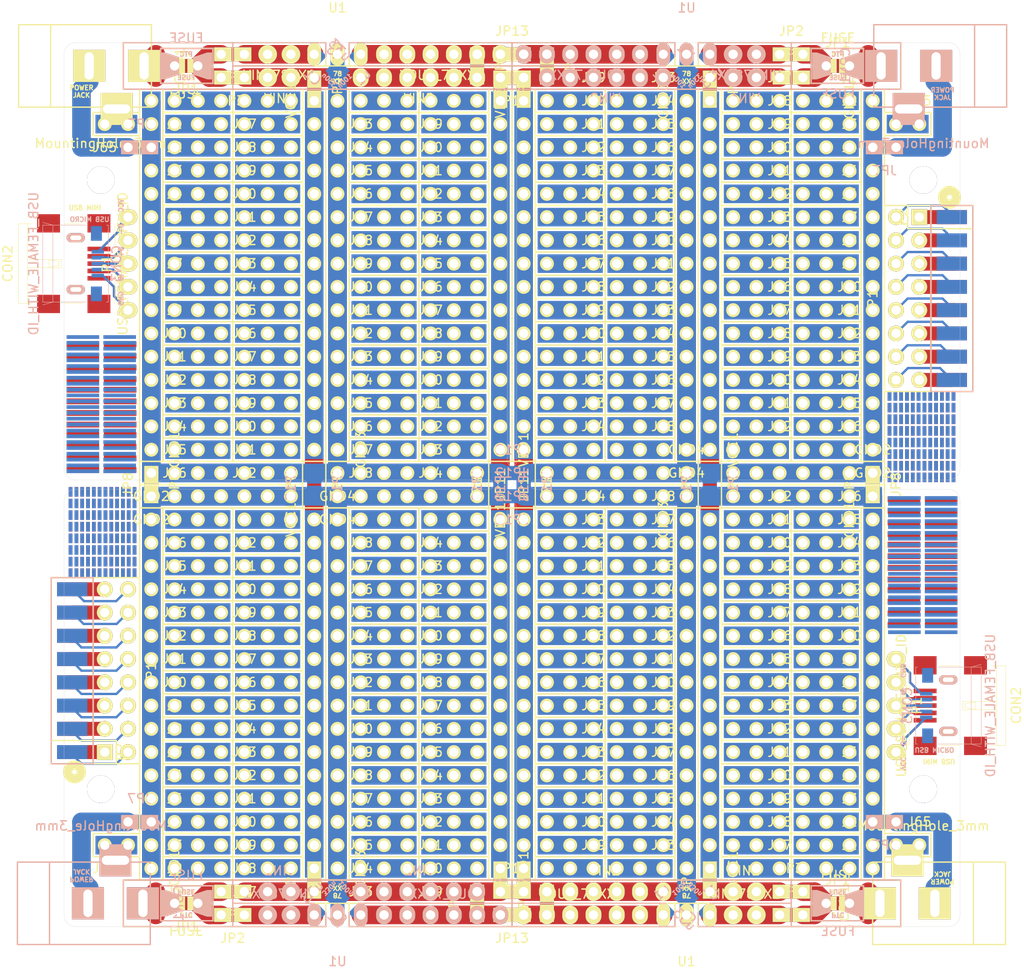
<source format=kicad_pcb>
(kicad_pcb (version 20221018) (generator pcbnew)
  (layers (0 "F.Cu" signal) (31 "B.Cu" signal) (34 "B.Paste" user) (35 "F.Paste" user) (36 "B.SilkS" user "B.Silkscreen") (37 "F.SilkS" user "F.Silkscreen") (38 "B.Mask" user) (39 "F.Mask" user) (44 "Edge.Cuts" user))
  (net 0 "")
  (net 1 "Net-(C1-Pad1)")
  (net 2 "Net-(C1-Pad2)")
  (net 3 "Net-(C2-Pad1)")
  (net 4 "Net-(CON1-Pad1)")
  (net 5 "Net-(CON1-Pad2)")
  (net 6 "Net-(CON1-Pad3)")
  (net 7 "Net-(CON2-Pad1)")
  (net 8 "Net-(CON2-Pad2)")
  (net 9 "Net-(CON2-Pad3)")
  (net 10 "Net-(CON2-Pad4)")
  (net 11 "Net-(CON2-Pad5)")
  (net 12 "Net-(CON2-Pad6)")
  (net 13 "Net-(CON3-Pad6)")
  (net 14 "Net-(J1-Pad1)")
  (net 15 "Net-(J2-Pad1)")
  (net 16 "Net-(J3-Pad1)")
  (net 17 "Net-(J4-Pad1)")
  (net 18 "Net-(J5-Pad1)")
  (net 19 "Net-(J6-Pad1)")
  (net 20 "Net-(J7-Pad1)")
  (net 21 "Net-(J8-Pad1)")
  (net 22 "Net-(J9-Pad1)")
  (net 23 "Net-(J10-Pad1)")
  (net 24 "Net-(J11-Pad1)")
  (net 25 "Net-(J12-Pad1)")
  (net 26 "Net-(J13-Pad1)")
  (net 27 "Net-(J14-Pad1)")
  (net 28 "Net-(J15-Pad1)")
  (net 29 "Net-(J16-Pad1)")
  (net 30 "Net-(J17-Pad1)")
  (net 31 "Net-(J18-Pad1)")
  (net 32 "Net-(J19-Pad1)")
  (net 33 "Net-(J20-Pad1)")
  (net 34 "Net-(J21-Pad1)")
  (net 35 "Net-(J22-Pad1)")
  (net 36 "Net-(J23-Pad1)")
  (net 37 "Net-(J24-Pad1)")
  (net 38 "Net-(J25-Pad1)")
  (net 39 "Net-(J26-Pad1)")
  (net 40 "Net-(J27-Pad1)")
  (net 41 "Net-(J28-Pad1)")
  (net 42 "Net-(J29-Pad1)")
  (net 43 "Net-(J30-Pad1)")
  (net 44 "Net-(J31-Pad1)")
  (net 45 "Net-(J32-Pad1)")
  (net 46 "Net-(J33-Pad1)")
  (net 47 "Net-(J34-Pad1)")
  (net 48 "Net-(J35-Pad1)")
  (net 49 "Net-(J36-Pad1)")
  (net 50 "Net-(J37-Pad1)")
  (net 51 "Net-(J38-Pad1)")
  (net 52 "Net-(J39-Pad1)")
  (net 53 "Net-(J40-Pad1)")
  (net 54 "Net-(J41-Pad1)")
  (net 55 "Net-(J42-Pad1)")
  (net 56 "Net-(J43-Pad1)")
  (net 57 "Net-(J44-Pad1)")
  (net 58 "Net-(J45-Pad1)")
  (net 59 "Net-(J46-Pad1)")
  (net 60 "Net-(J47-Pad1)")
  (net 61 "Net-(J48-Pad1)")
  (net 62 "Net-(J49-Pad1)")
  (net 63 "Net-(J50-Pad1)")
  (net 64 "Net-(J51-Pad1)")
  (net 65 "Net-(J52-Pad1)")
  (net 66 "Net-(J53-Pad1)")
  (net 67 "Net-(J54-Pad1)")
  (net 68 "Net-(J55-Pad1)")
  (net 69 "Net-(J56-Pad1)")
  (net 70 "Net-(J57-Pad1)")
  (net 71 "Net-(J58-Pad1)")
  (net 72 "Net-(J59-Pad1)")
  (net 73 "Net-(J60-Pad1)")
  (net 74 "Net-(J61-Pad1)")
  (net 75 "Net-(J62-Pad1)")
  (net 76 "Net-(J63-Pad1)")
  (net 77 "Net-(J64-Pad1)")
  (net 78 "Net-(JP4-Pad1)")
  (net 79 "Net-(F1-Pad2)")
  (net 80 "Net-(JP14-Pad1)")
  (net 81 "Net-(JP11-Pad1)")
  (net 82 "Net-(JP8-Pad2)")
  (net 83 "Net-(JP9-Pad2)")
  (net 84 "Net-(JP10-Pad2)")
  (net 85 "Net-(JP11-Pad2)")
  (net 86 "Net-(JP12-Pad2)")
  (net 87 "Net-(JP13-Pad2)")
  (net 88 "Net-(JP14-Pad2)")
  (net 89 "Net-(JP15-Pad2)")
  (net 90 "Net-(P1-Pad1)")
  (net 91 "Net-(P1-Pad2)")
  (net 92 "Net-(P1-Pad3)")
  (net 93 "Net-(P1-Pad4)")
  (net 94 "Net-(P1-Pad5)")
  (net 95 "Net-(P1-Pad6)")
  (net 96 "Net-(P1-Pad7)")
  (net 97 "Net-(P1-Pad8)")
  (net 98 "Net-(P1-Pad9)")
  (net 99 "Net-(P1-Pad10)")
  (net 100 "Net-(P1-Pad11)")
  (net 101 "Net-(P1-Pad12)")
  (net 102 "Net-(P1-Pad13)")
  (net 103 "Net-(P1-Pad14)")
  (net 104 "Net-(P1-Pad15)")
  (net 105 "Net-(P1-Pad16)")
  (footprint "Socket_Strips:Socket_Strip_Straight_1x02" (layer "F.Cu") (at 48.26 26.67 180)
    (fp_text reference "VIN1")
    (fp_text value "CONN_2" hide)
  )
  (footprint "Socket_Strips:Socket_Strip_Straight_1x02" (layer "F.Cu") (at 48.26 24.13 180)
    (fp_text reference "VIN_78XX1")
    (fp_text value "CONN_2" hide)
  )
  (footprint "SMD:SMD_127_357_4X2" (layer "F.Cu") (at 28.8544 67.6148)
    (fp_text reference "Ref**" hide)
    (fp_text value "Val**" hide)
  )
  (footprint "SMD:SMD_127_357_4X2" (layer "F.Cu") (at 28.8544 62.6618)
    (fp_text reference "Ref**" hide)
    (fp_text value "Val**" hide)
  )
  (footprint "SMD:SMD_127_357_4X2" (layer "F.Cu") (at 28.8544 57.7088)
    (fp_text reference "Ref**" hide)
    (fp_text value "Val**" hide)
  )
  (footprint "Mounting_Holes:MountingHole_3mm" (layer "F.Cu") (at 28.77 37.86)
    (fp_text reference "MountingHole_3mm")
    (fp_text value "VAL**" hide)
  )
  (footprint "Socket_Strips:Socket_Strip_Straight_1x05" (layer "F.Cu") (at 31.75 46.99 90)
    (fp_text reference "P1")
    (fp_text value "CONN_5" hide)
  )
  (footprint "2.54mm_Pin_Headers:Solder_Jumper_1x2_Shorted_T" (layer "F.Cu") (at 52.07 27.94 90)
    (fp_text reference "JP4")
    (fp_text value "JUMPER" hide)
  )
  (footprint "2.54mm_Pin_Headers:Solder_Jumper_1x2" (layer "F.Cu") (at 34.29 71.12 -90)
    (fp_text reference "JP8")
    (fp_text value "JUMPER" hide)
  )
  (footprint "2.54mm_Pin_Headers:Solder_Jumper_1x2" (layer "F.Cu") (at 34.29 71.12 90)
    (fp_text reference "JP8")
    (fp_text value "JUMPER" hide)
  )
  (footprint "2.54mm_Pin_Headers:Interconnect_1x07" (layer "F.Cu") (at 34.29 72.39)
    (fp_text reference "GND2")
    (fp_text value "INTERCONNECT_1X07" hide)
  )
  (footprint "2.54mm_Pin_Headers:Solder_Jumper_1x2_Shorted_T" (layer "F.Cu") (at 73.66 115.57)
    (fp_text reference "JP14")
    (fp_text value "JUMPER" hide)
  )
  (footprint "2.54mm_Pin_Headers:Solder_Jumper_1x2_Shorted_T" (layer "F.Cu") (at 73.66 118.11)
    (fp_text reference "JP13")
    (fp_text value "JUMPER" hide)
  )
  (footprint "2.54mm_Pin_Headers:Interconnect_1x07" (layer "F.Cu") (at 54.61 72.39)
    (fp_text reference "GND4")
    (fp_text value "INTERCONNECT_1X07" hide)
  )
  (footprint "2.54mm_Pin_Headers:Interconnect_1x16" (layer "F.Cu") (at 54.61 113.03 90)
    (fp_text reference "GND3")
    (fp_text value "INTERCONNECT_1X16" hide)
  )
  (footprint "2.54mm_Pin_Headers:Interconnect_1x16" (layer "F.Cu") (at 72.39 113.03 90)
    (fp_text reference "VDD1")
    (fp_text value "INTERCONNECT_1X16" hide)
  )
  (footprint "2.54mm_Pin_Headers:Interconnect_1x16" (layer "F.Cu") (at 52.07 74.93 -90)
    (fp_text reference "VCC1")
    (fp_text value "INTERCONNECT_1X16" hide)
  )
  (footprint "2.54mm_Pin_Headers:Solder_Jumper_1x2_Shorted_T" (layer "F.Cu") (at 69.85 116.84 -90)
    (fp_text reference "JP6")
    (fp_text value "JUMPER" hide)
  )
  (footprint "2.54mm_Pin_Headers:Solder_Jumper_1x2_Shorted_T" (layer "F.Cu") (at 72.39 114.3 90)
    (fp_text reference "JP5")
    (fp_text value "JUMPER" hide)
  )
  (footprint "2.54mm_Pin_Headers:Solder_Jumper_1x2_Shorted_T" (layer "F.Cu") (at 52.07 114.3 -90)
    (fp_text reference "JP4")
    (fp_text value "JUMPER" hide)
  )
  (footprint "2.54mm_Pin_Headers:Solder_Jumper_1x2_Shorted_T" (layer "F.Cu") (at 43.18 115.57)
    (fp_text reference "JP3")
    (fp_text value "JUMPER" hide)
  )
  (footprint "2.54mm_Pin_Headers:Solder_Jumper_1x2_Shorted_T" (layer "F.Cu") (at 43.18 118.11)
    (fp_text reference "JP2")
    (fp_text value "JUMPER" hide)
  )
  (footprint "2.54mm_Pin_Headers:Solder_Jumper_1x2_Shorted_T" (layer "F.Cu") (at 38.1 116.84)
    (fp_text reference "JP1")
    (fp_text value "JUMPER" hide)
  )
  (footprint "2.54mm_Pin_Headers:Interconnect_1x02" (layer "F.Cu") (at 29.21 110.49)
    (fp_text reference "J65")
    (fp_text value "INTERCONNECT_1X02" hide)
  )
  (footprint "2.54mm_Pin_Headers:Interconnect_1x03" (layer "F.Cu") (at 64.77 74.93)
    (fp_text reference "J64")
    (fp_text value "INTERCONNECT_1X03" hide)
  )
  (footprint "2.54mm_Pin_Headers:Interconnect_1x03" (layer "F.Cu") (at 64.77 77.47)
    (fp_text reference "J63")
    (fp_text value "INTERCONNECT_1X03" hide)
  )
  (footprint "2.54mm_Pin_Headers:Interconnect_1x03" (layer "F.Cu") (at 64.77 80.01)
    (fp_text reference "J62")
    (fp_text value "INTERCONNECT_1X03" hide)
  )
  (footprint "2.54mm_Pin_Headers:Interconnect_1x03" (layer "F.Cu") (at 64.77 82.55)
    (fp_text reference "J61")
    (fp_text value "INTERCONNECT_1X03" hide)
  )
  (footprint "2.54mm_Pin_Headers:Interconnect_1x03" (layer "F.Cu") (at 64.77 85.09)
    (fp_text reference "J60")
    (fp_text value "INTERCONNECT_1X03" hide)
  )
  (footprint "2.54mm_Pin_Headers:Interconnect_1x03" (layer "F.Cu") (at 64.77 87.63)
    (fp_text reference "J59")
    (fp_text value "INTERCONNECT_1X03" hide)
  )
  (footprint "2.54mm_Pin_Headers:Interconnect_1x03" (layer "F.Cu") (at 64.77 90.17)
    (fp_text reference "J58")
    (fp_text value "INTERCONNECT_1X03" hide)
  )
  (footprint "2.54mm_Pin_Headers:Interconnect_1x03" (layer "F.Cu") (at 64.77 92.71)
    (fp_text reference "J57")
    (fp_text value "INTERCONNECT_1X03" hide)
  )
  (footprint "2.54mm_Pin_Headers:Interconnect_1x03" (layer "F.Cu") (at 64.77 95.25)
    (fp_text reference "J56")
    (fp_text value "INTERCONNECT_1X03" hide)
  )
  (footprint "2.54mm_Pin_Headers:Interconnect_1x03" (layer "F.Cu") (at 64.77 97.79)
    (fp_text reference "J55")
    (fp_text value "INTERCONNECT_1X03" hide)
  )
  (footprint "2.54mm_Pin_Headers:Interconnect_1x03" (layer "F.Cu") (at 64.77 100.33)
    (fp_text reference "J54")
    (fp_text value "INTERCONNECT_1X03" hide)
  )
  (footprint "2.54mm_Pin_Headers:Interconnect_1x03" (layer "F.Cu") (at 64.77 102.87)
    (fp_text reference "J53")
    (fp_text value "INTERCONNECT_1X03" hide)
  )
  (footprint "2.54mm_Pin_Headers:Interconnect_1x03" (layer "F.Cu") (at 64.77 105.41)
    (fp_text reference "J52")
    (fp_text value "INTERCONNECT_1X03" hide)
  )
  (footprint "2.54mm_Pin_Headers:Interconnect_1x03" (layer "F.Cu") (at 64.77 107.95)
    (fp_text reference "J51")
    (fp_text value "INTERCONNECT_1X03" hide)
  )
  (footprint "2.54mm_Pin_Headers:Interconnect_1x03" (layer "F.Cu") (at 64.77 110.49)
    (fp_text reference "J50")
    (fp_text value "INTERCONNECT_1X03" hide)
  )
  (footprint "2.54mm_Pin_Headers:Interconnect_1x03" (layer "F.Cu") (at 64.77 113.03)
    (fp_text reference "J49")
    (fp_text value "INTERCONNECT_1X03" hide)
  )
  (footprint "2.54mm_Pin_Headers:Interconnect_1x03" (layer "F.Cu") (at 57.15 74.93)
    (fp_text reference "J48")
    (fp_text value "INTERCONNECT_1X03" hide)
  )
  (footprint "2.54mm_Pin_Headers:Interconnect_1x03" (layer "F.Cu") (at 57.15 77.47)
    (fp_text reference "J47")
    (fp_text value "INTERCONNECT_1X03" hide)
  )
  (footprint "2.54mm_Pin_Headers:Interconnect_1x03" (layer "F.Cu") (at 57.15 80.01)
    (fp_text reference "J46")
    (fp_text value "INTERCONNECT_1X03" hide)
  )
  (footprint "2.54mm_Pin_Headers:Interconnect_1x03" (layer "F.Cu") (at 57.15 82.55)
    (fp_text reference "J45")
    (fp_text value "INTERCONNECT_1X03" hide)
  )
  (footprint "2.54mm_Pin_Headers:Interconnect_1x03" (layer "F.Cu") (at 57.15 85.09)
    (fp_text reference "J44")
    (fp_text value "INTERCONNECT_1X03" hide)
  )
  (footprint "2.54mm_Pin_Headers:Interconnect_1x03" (layer "F.Cu") (at 57.15 87.63)
    (fp_text reference "J43")
    (fp_text value "INTERCONNECT_1X03" hide)
  )
  (footprint "2.54mm_Pin_Headers:Interconnect_1x03" (layer "F.Cu") (at 57.15 90.17)
    (fp_text reference "J42")
    (fp_text value "INTERCONNECT_1X03" hide)
  )
  (footprint "2.54mm_Pin_Headers:Interconnect_1x03" (layer "F.Cu") (at 57.15 92.71)
    (fp_text reference "J41")
    (fp_text value "INTERCONNECT_1X03" hide)
  )
  (footprint "2.54mm_Pin_Headers:Interconnect_1x03" (layer "F.Cu") (at 57.15 95.25)
    (fp_text reference "J40")
    (fp_text value "INTERCONNECT_1X03" hide)
  )
  (footprint "2.54mm_Pin_Headers:Interconnect_1x03" (layer "F.Cu") (at 57.15 97.79)
    (fp_text reference "J39")
    (fp_text value "INTERCONNECT_1X03" hide)
  )
  (footprint "2.54mm_Pin_Headers:Interconnect_1x03" (layer "F.Cu") (at 57.15 100.33)
    (fp_text reference "J38")
    (fp_text value "INTERCONNECT_1X03" hide)
  )
  (footprint "2.54mm_Pin_Headers:Interconnect_1x03" (layer "F.Cu") (at 57.15 102.87)
    (fp_text reference "J37")
    (fp_text value "INTERCONNECT_1X03" hide)
  )
  (footprint "2.54mm_Pin_Headers:Interconnect_1x03" (layer "F.Cu") (at 57.15 105.41)
    (fp_text reference "J36")
    (fp_text value "INTERCONNECT_1X03" hide)
  )
  (footprint "2.54mm_Pin_Headers:Interconnect_1x03" (layer "F.Cu") (at 57.15 107.95)
    (fp_text reference "J35")
    (fp_text value "INTERCONNECT_1X03" hide)
  )
  (footprint "2.54mm_Pin_Headers:Interconnect_1x03" (layer "F.Cu") (at 57.15 110.49)
    (fp_text reference "J34")
    (fp_text value "INTERCONNECT_1X03" hide)
  )
  (footprint "2.54mm_Pin_Headers:Interconnect_1x03" (layer "F.Cu") (at 57.15 113.03)
    (fp_text reference "J33")
    (fp_text value "INTERCONNECT_1X03" hide)
  )
  (footprint "2.54mm_Pin_Headers:Interconnect_1x03" (layer "F.Cu") (at 44.45 74.93)
    (fp_text reference "J32")
    (fp_text value "INTERCONNECT_1X03" hide)
  )
  (footprint "2.54mm_Pin_Headers:Interconnect_1x03" (layer "F.Cu") (at 44.45 77.47)
    (fp_text reference "J31")
    (fp_text value "INTERCONNECT_1X03" hide)
  )
  (footprint "2.54mm_Pin_Headers:Interconnect_1x03" (layer "F.Cu") (at 44.45 80.01)
    (fp_text reference "J30")
    (fp_text value "INTERCONNECT_1X03" hide)
  )
  (footprint "2.54mm_Pin_Headers:Interconnect_1x03" (layer "F.Cu") (at 44.45 82.55)
    (fp_text reference "J29")
    (fp_text value "INTERCONNECT_1X03" hide)
  )
  (footprint "2.54mm_Pin_Headers:Interconnect_1x03" (layer "F.Cu") (at 44.45 85.09)
    (fp_text reference "J28")
    (fp_text value "INTERCONNECT_1X03" hide)
  )
  (footprint "2.54mm_Pin_Headers:Interconnect_1x03" (layer "F.Cu") (at 44.45 87.63)
    (fp_text reference "J27")
    (fp_text value "INTERCONNECT_1X03" hide)
  )
  (footprint "2.54mm_Pin_Headers:Interconnect_1x03" (layer "F.Cu") (at 44.45 90.17)
    (fp_text reference "J26")
    (fp_text value "INTERCONNECT_1X03" hide)
  )
  (footprint "2.54mm_Pin_Headers:Interconnect_1x03" (layer "F.Cu") (at 44.45 92.71)
    (fp_text reference "J25")
    (fp_text value "INTERCONNECT_1X03" hide)
  )
  (footprint "2.54mm_Pin_Headers:Interconnect_1x03" (layer "F.Cu") (at 44.45 95.25)
    (fp_text reference "J24")
    (fp_text value "INTERCONNECT_1X03" hide)
  )
  (footprint "2.54mm_Pin_Headers:Interconnect_1x03" (layer "F.Cu") (at 44.45 97.79)
    (fp_text reference "J23")
    (fp_text value "INTERCONNECT_1X03" hide)
  )
  (footprint "2.54mm_Pin_Headers:Interconnect_1x03" (layer "F.Cu") (at 44.45 100.33)
    (fp_text reference "J22")
    (fp_text value "INTERCONNECT_1X03" hide)
  )
  (footprint "2.54mm_Pin_Headers:Interconnect_1x03" (layer "F.Cu") (at 44.45 102.87)
    (fp_text reference "J21")
    (fp_text value "INTERCONNECT_1X03" hide)
  )
  (footprint "2.54mm_Pin_Headers:Interconnect_1x03" (layer "F.Cu") (at 44.45 105.41)
    (fp_text reference "J20")
    (fp_text value "INTERCONNECT_1X03" hide)
  )
  (footprint "2.54mm_Pin_Headers:Interconnect_1x03" (layer "F.Cu") (at 44.45 107.95)
    (fp_text reference "J19")
    (fp_text value "INTERCONNECT_1X03" hide)
  )
  (footprint "2.54mm_Pin_Headers:Interconnect_1x03" (layer "F.Cu") (at 44.45 110.49)
    (fp_text reference "J18")
    (fp_text value "INTERCONNECT_1X03" hide)
  )
  (footprint "2.54mm_Pin_Headers:Interconnect_1x03" (layer "F.Cu") (at 44.45 113.03)
    (fp_text reference "J17")
    (fp_text value "INTERCONNECT_1X03" hide)
  )
  (footprint "2.54mm_Pin_Headers:Interconnect_1x03" (layer "F.Cu") (at 36.83 74.93)
    (fp_text reference "J16")
    (fp_text value "INTERCONNECT_1X03" hide)
  )
  (footprint "2.54mm_Pin_Headers:Interconnect_1x03" (layer "F.Cu") (at 36.83 77.47)
    (fp_text reference "J15")
    (fp_text value "INTERCONNECT_1X03" hide)
  )
  (footprint "2.54mm_Pin_Headers:Interconnect_1x03" (layer "F.Cu") (at 36.83 80.01)
    (fp_text reference "J14")
    (fp_text value "INTERCONNECT_1X03" hide)
  )
  (footprint "2.54mm_Pin_Headers:Interconnect_1x03" (layer "F.Cu") (at 36.83 82.55)
    (fp_text reference "J13")
    (fp_text value "INTERCONNECT_1X03" hide)
  )
  (footprint "2.54mm_Pin_Headers:Interconnect_1x03" (layer "F.Cu") (at 36.83 85.09)
    (fp_text reference "J12")
    (fp_text value "INTERCONNECT_1X03" hide)
  )
  (footprint "2.54mm_Pin_Headers:Interconnect_1x03" (layer "F.Cu") (at 36.83 87.63)
    (fp_text reference "J11")
    (fp_text value "INTERCONNECT_1X03" hide)
  )
  (footprint "2.54mm_Pin_Headers:Interconnect_1x03" (layer "F.Cu") (at 36.83 90.17)
    (fp_text reference "J10")
    (fp_text value "INTERCONNECT_1X03" hide)
  )
  (footprint "2.54mm_Pin_Headers:Interconnect_1x03" (layer "F.Cu") (at 36.83 92.71)
    (fp_text reference "J9")
    (fp_text value "INTERCONNECT_1X03" hide)
  )
  (footprint "2.54mm_Pin_Headers:Interconnect_1x03" (layer "F.Cu") (at 36.83 95.25)
    (fp_text reference "J8")
    (fp_text value "INTERCONNECT_1X03" hide)
  )
  (footprint "2.54mm_Pin_Headers:Interconnect_1x03" (layer "F.Cu") (at 36.83 97.79)
    (fp_text reference "J7")
    (fp_text value "INTERCONNECT_1X03" hide)
  )
  (footprint "2.54mm_Pin_Headers:Interconnect_1x03" (layer "F.Cu") (at 36.83 100.33)
    (fp_text reference "J6")
    (fp_text value "INTERCONNECT_1X03" hide)
  )
  (footprint "2.54mm_Pin_Headers:Interconnect_1x03" (layer "F.Cu") (at 36.83 102.87)
    (fp_text reference "J5")
    (fp_text value "INTERCONNECT_1X03" hide)
  )
  (footprint "2.54mm_Pin_Headers:Interconnect_1x03" (layer "F.Cu") (at 36.83 105.41)
    (fp_text reference "J4")
    (fp_text value "INTERCONNECT_1X03" hide)
  )
  (footprint "2.54mm_Pin_Headers:Interconnect_1x03" (layer "F.Cu") (at 36.83 107.95)
    (fp_text reference "J3")
    (fp_text value "INTERCONNECT_1X03" hide)
  )
  (footprint "2.54mm_Pin_Headers:Interconnect_1x03" (layer "F.Cu") (at 36.83 110.49)
    (fp_text reference "J2")
    (fp_text value "INTERCONNECT_1X03" hide)
  )
  (footprint "2.54mm_Pin_Headers:Interconnect_1x03" (layer "F.Cu") (at 36.83 113.03)
    (fp_text reference "J1")
    (fp_text value "INTERCONNECT_1X03" hide)
  )
  (footprint "2.54mm_Pin_Headers:Interconnect_1x16" (layer "F.Cu") (at 34.29 113.03 90)
    (fp_text reference "GND1")
    (fp_text value "INTERCONNECT_1X16" hide)
  )
  (footprint "Muonde:CC12ZZ" (layer "F.Cu") (at 38.1 116.84)
    (fp_text reference "F2" hide)
    (fp_text value "FUSE")
  )
  (footprint "SMD:SMD_127_065_grid_4X12" (layer "F.Cu") (at 28.2956 78.8924)
    (fp_text reference "Ref**" hide)
    (fp_text value "Val**" hide)
  )
  (footprint "SMD:SMD_127_065_grid_4X12" (layer "F.Cu") (at 28.2956 73.8124)
    (fp_text reference "Ref**" hide)
    (fp_text value "Val**" hide)
  )
  (footprint "Connect:BARREL_JACK" (layer "F.Cu") (at 27.305 25.4)
    (fp_text reference "CON1")
    (fp_text value "BARREL_JACK" hide)
  )
  (footprint "2.54mm_Pin_Headers:Interconnect_1x16" (layer "F.Cu") (at 34.29 67.31 90)
    (fp_text reference "GND1")
    (fp_text value "INTERCONNECT_1X16" hide)
  )
  (footprint "2.54mm_Pin_Headers:Interconnect_1x03" (layer "F.Cu") (at 36.83 31.75)
    (fp_text reference "J2")
    (fp_text value "INTERCONNECT_1X03" hide)
  )
  (footprint "2.54mm_Pin_Headers:Interconnect_1x03" (layer "F.Cu") (at 36.83 34.29)
    (fp_text reference "J3")
    (fp_text value "INTERCONNECT_1X03" hide)
  )
  (footprint "2.54mm_Pin_Headers:Interconnect_1x03" (layer "F.Cu") (at 36.83 36.83)
    (fp_text reference "J4")
    (fp_text value "INTERCONNECT_1X03" hide)
  )
  (footprint "2.54mm_Pin_Headers:Interconnect_1x03" (layer "F.Cu") (at 36.83 39.37)
    (fp_text reference "J5")
    (fp_text value "INTERCONNECT_1X03" hide)
  )
  (footprint "2.54mm_Pin_Headers:Interconnect_1x03" (layer "F.Cu") (at 36.83 41.91)
    (fp_text reference "J6")
    (fp_text value "INTERCONNECT_1X03" hide)
  )
  (footprint "2.54mm_Pin_Headers:Interconnect_1x03" (layer "F.Cu") (at 36.83 44.45)
    (fp_text reference "J7")
    (fp_text value "INTERCONNECT_1X03" hide)
  )
  (footprint "2.54mm_Pin_Headers:Interconnect_1x03" (layer "F.Cu") (at 36.83 46.99)
    (fp_text reference "J8")
    (fp_text value "INTERCONNECT_1X03" hide)
  )
  (footprint "2.54mm_Pin_Headers:Interconnect_1x03" (layer "F.Cu") (at 36.83 49.53)
    (fp_text reference "J9")
    (fp_text value "INTERCONNECT_1X03" hide)
  )
  (footprint "2.54mm_Pin_Headers:Interconnect_1x03" (layer "F.Cu") (at 36.83 52.07)
    (fp_text reference "J10")
    (fp_text value "INTERCONNECT_1X03" hide)
  )
  (footprint "2.54mm_Pin_Headers:Interconnect_1x03" (layer "F.Cu") (at 36.83 54.61)
    (fp_text reference "J11")
    (fp_text value "INTERCONNECT_1X03" hide)
  )
  (footprint "2.54mm_Pin_Headers:Interconnect_1x03" (layer "F.Cu") (at 36.83 57.15)
    (fp_text reference "J12")
    (fp_text value "INTERCONNECT_1X03" hide)
  )
  (footprint "2.54mm_Pin_Headers:Interconnect_1x03" (layer "F.Cu") (at 36.83 59.69)
    (fp_text reference "J13")
    (fp_text value "INTERCONNECT_1X03" hide)
  )
  (footprint "2.54mm_Pin_Headers:Interconnect_1x03" (layer "F.Cu") (at 36.83 62.23)
    (fp_text reference "J14")
    (fp_text value "INTERCONNECT_1X03" hide)
  )
  (footprint "2.54mm_Pin_Headers:Interconnect_1x03" (layer "F.Cu") (at 36.83 64.77)
    (fp_text reference "J15")
    (fp_text value "INTERCONNECT_1X03" hide)
  )
  (footprint "2.54mm_Pin_Headers:Interconnect_1x03" (layer "F.Cu") (at 36.83 67.31)
    (fp_text reference "J16")
    (fp_text value "INTERCONNECT_1X03" hide)
  )
  (footprint "2.54mm_Pin_Headers:Interconnect_1x03" (layer "F.Cu") (at 44.45 29.21)
    (fp_text reference "J17")
    (fp_text value "INTERCONNECT_1X03" hide)
  )
  (footprint "2.54mm_Pin_Headers:Interconnect_1x03" (layer "F.Cu") (at 44.45 31.75)
    (fp_text reference "J18")
    (fp_text value "INTERCONNECT_1X03" hide)
  )
  (footprint "2.54mm_Pin_Headers:Interconnect_1x03" (layer "F.Cu") (at 44.45 34.29)
    (fp_text reference "J19")
    (fp_text value "INTERCONNECT_1X03" hide)
  )
  (footprint "2.54mm_Pin_Headers:Interconnect_1x03" (layer "F.Cu") (at 44.45 36.83)
    (fp_text reference "J20")
    (fp_text value "INTERCONNECT_1X03" hide)
  )
  (footprint "2.54mm_Pin_Headers:Interconnect_1x03" (layer "F.Cu") (at 44.45 41.91)
    (fp_text reference "J22")
    (fp_text value "INTERCONNECT_1X03" hide)
  )
  (footprint "2.54mm_Pin_Headers:Interconnect_1x03" (layer "F.Cu") (at 44.45 44.45)
    (fp_text reference "J23")
    (fp_text value "INTERCONNECT_1X03" hide)
  )
  (footprint "2.54mm_Pin_Headers:Interconnect_1x03" (layer "F.Cu") (at 44.45 46.99)
    (fp_text reference "J24")
    (fp_text value "INTERCONNECT_1X03" hide)
  )
  (footprint "2.54mm_Pin_Headers:Interconnect_1x03" (layer "F.Cu") (at 44.45 49.53)
    (fp_text reference "J25")
    (fp_text value "INTERCONNECT_1X03" hide)
  )
  (footprint "2.54mm_Pin_Headers:Interconnect_1x03" (layer "F.Cu") (at 44.45 52.07)
    (fp_text reference "J26")
    (fp_text value "INTERCONNECT_1X03" hide)
  )
  (footprint "2.54mm_Pin_Headers:Interconnect_1x03" (layer "F.Cu") (at 44.45 54.61)
    (fp_text reference "J27")
    (fp_text value "INTERCONNECT_1X03" hide)
  )
  (footprint "2.54mm_Pin_Headers:Interconnect_1x03" (layer "F.Cu") (at 44.45 57.15)
    (fp_text reference "J28")
    (fp_text value "INTERCONNECT_1X03" hide)
  )
  (footprint "2.54mm_Pin_Headers:Interconnect_1x03" (layer "F.Cu") (at 44.45 59.69)
    (fp_text reference "J29")
    (fp_text value "INTERCONNECT_1X03" hide)
  )
  (footprint "2.54mm_Pin_Headers:Interconnect_1x03" (layer "F.Cu") (at 44.45 62.23)
    (fp_text reference "J30")
    (fp_text value "INTERCONNECT_1X03" hide)
  )
  (footprint "2.54mm_Pin_Headers:Interconnect_1x03" (layer "F.Cu") (at 44.45 64.77)
    (fp_text reference "J31")
    (fp_text value "INTERCONNECT_1X03" hide)
  )
  (footprint "2.54mm_Pin_Headers:Interconnect_1x03" (layer "F.Cu") (at 44.45 67.31)
    (fp_text reference "J32")
    (fp_text value "INTERCONNECT_1X03" hide)
  )
  (footprint "2.54mm_Pin_Headers:Interconnect_1x03" (layer "F.Cu") (at 57.15 29.21)
    (fp_text reference "J33")
    (fp_text value "INTERCONNECT_1X03" hide)
  )
  (footprint "2.54mm_Pin_Headers:Interconnect_1x03" (layer "F.Cu") (at 57.15 31.75)
    (fp_text reference "J34")
    (fp_text value "INTERCONNECT_1X03" hide)
  )
  (footprint "2.54mm_Pin_Headers:Interconnect_1x03" (layer "F.Cu") (at 57.15 34.29)
    (fp_text reference "J35")
    (fp_text value "INTERCONNECT_1X03" hide)
  )
  (footprint "2.54mm_Pin_Headers:Interconnect_1x03" (layer "F.Cu") (at 57.15 36.83)
    (fp_text reference "J36")
    (fp_text value "INTERCONNECT_1X03" hide)
  )
  (footprint "2.54mm_Pin_Headers:Interconnect_1x03" (layer "F.Cu") (at 57.15 39.37)
    (fp_text reference "J37")
    (fp_text value "INTERCONNECT_1X03" hide)
  )
  (footprint "2.54mm_Pin_Headers:Interconnect_1x03" (layer "F.Cu") (at 57.15 41.91)
    (fp_text reference "J38")
    (fp_text value "INTERCONNECT_1X03" hide)
  )
  (footprint "2.54mm_Pin_Headers:Interconnect_1x03" (layer "F.Cu") (at 57.15 44.45)
    (fp_text reference "J39")
    (fp_text value "INTERCONNECT_1X03" hide)
  )
  (footprint "2.54mm_Pin_Headers:Interconnect_1x03" (layer "F.Cu") (at 57.15 46.99)
    (fp_text reference "J40")
    (fp_text value "INTERCONNECT_1X03" hide)
  )
  (footprint "2.54mm_Pin_Headers:Interconnect_1x03" (layer "F.Cu") (at 57.15 49.53)
    (fp_text reference "J41")
    (fp_text value "INTERCONNECT_1X03" hide)
  )
  (footprint "2.54mm_Pin_Headers:Interconnect_1x03" (layer "F.Cu") (at 57.15 52.07)
    (fp_text reference "J42")
    (fp_text value "INTERCONNECT_1X03" hide)
  )
  (footprint "2.54mm_Pin_Headers:Interconnect_1x03" (layer "F.Cu") (at 57.15 54.61)
    (fp_text reference "J43")
    (fp_text value "INTERCONNECT_1X03" hide)
  )
  (footprint "2.54mm_Pin_Headers:Interconnect_1x03" (layer "F.Cu") (at 57.15 57.15)
    (fp_text reference "J44")
    (fp_text value "INTERCONNECT_1X03" hide)
  )
  (footprint "2.54mm_Pin_Headers:Interconnect_1x03" (layer "F.Cu") (at 57.15 59.69)
    (fp_text reference "J45")
    (fp_text value "INTERCONNECT_1X03" hide)
  )
  (footprint "2.54mm_Pin_Headers:Interconnect_1x03" (layer "F.Cu") (at 57.15 62.23)
    (fp_text reference "J46")
    (fp_text value "INTERCONNECT_1X03" hide)
  )
  (footprint "2.54mm_Pin_Headers:Interconnect_1x03" (layer "F.Cu") (at 57.15 64.77)
    (fp_text reference "J47")
    (fp_text value "INTERCONNECT_1X03" hide)
  )
  (footprint "2.54mm_Pin_Headers:Interconnect_1x03" (layer "F.Cu") (at 57.15 67.31)
    (fp_text reference "J48")
    (fp_text value "INTERCONNECT_1X03" hide)
  )
  (footprint "2.54mm_Pin_Headers:Interconnect_1x03" (layer "F.Cu") (at 64.77 29.21)
    (fp_text reference "J49")
    (fp_text value "INTERCONNECT_1X03" hide)
  )
  (footprint "2.54mm_Pin_Headers:Interconnect_1x03" (layer "F.Cu") (at 64.77 31.75)
    (fp_text reference "J50")
    (fp_text value "INTERCONNECT_1X03" hide)
  )
  (footprint "2.54mm_Pin_Headers:Interconnect_1x03" (layer "F.Cu") (at 64.77 34.29)
    (fp_text reference "J51")
    (fp_text value "INTERCONNECT_1X03" hide)
  )
  (footprint "2.54mm_Pin_Headers:Interconnect_1x03" (layer "F.Cu") (at 64.77 36.83)
    (fp_text reference "J52")
    (fp_text value "INTERCONNECT_1X03" hide)
  )
  (footprint "2.54mm_Pin_Headers:Interconnect_1x03" (layer "F.Cu") (at 64.77 39.37)
    (fp_text reference "J53")
    (fp_text value "INTERCONNECT_1X03" hide)
  )
  (footprint "2.54mm_Pin_Headers:Interconnect_1x03" (layer "F.Cu") (at 64.77 41.91)
    (fp_text reference "J54")
    (fp_text value "INTERCONNECT_1X03" hide)
  )
  (footprint "2.54mm_Pin_Headers:Interconnect_1x03" (layer "F.Cu") (at 64.77 44.45)
    (fp_text reference "J55")
    (fp_text value "INTERCONNECT_1X03" hide)
  )
  (footprint "2.54mm_Pin_Headers:Interconnect_1x03" (layer "F.Cu") (at 64.77 46.99)
    (fp_text reference "J56")
    (fp_text value "INTERCONNECT_1X03" hide)
  )
  (footprint "2.54mm_Pin_Headers:Interconnect_1x03" (layer "F.Cu") (at 64.77 49.53)
    (fp_text reference "J57")
    (fp_text value "INTERCONNECT_1X03" hide)
  )
  (footprint "2.54mm_Pin_Headers:Interconnect_1x03" (layer "F.Cu") (at 64.77 52.07)
    (fp_text reference "J58")
    (fp_text value "INTERCONNECT_1X03" hide)
  )
  (footprint "2.54mm_Pin_Headers:Interconnect_1x03" (layer "F.Cu") (at 64.77 54.61)
    (fp_text reference "J59")
    (fp_text value "INTERCONNECT_1X03" hide)
  )
  (footprint "2.54mm_Pin_Headers:Interconnect_1x03" (layer "F.Cu") (at 64.77 57.15)
    (fp_text reference "J60")
    (fp_text value "INTERCONNECT_1X03" hide)
  )
  (footprint "2.54mm_Pin_Headers:Interconnect_1x03" (layer "F.Cu") (at 64.77 59.69)
    (fp_text reference "J61")
    (fp_text value "INTERCONNECT_1X03" hide)
  )
  (footprint "2.54mm_Pin_Headers:Interconnect_1x03" (layer "F.Cu") (at 64.77 62.23)
    (fp_text reference "J62")
    (fp_text value "INTERCONNECT_1X03" hide)
  )
  (footprint "2.54mm_Pin_Headers:Interconnect_1x03" (layer "F.Cu") (at 64.77 64.77)
    (fp_text reference "J63")
    (fp_text value "INTERCONNECT_1X03" hide)
  )
  (footprint "2.54mm_Pin_Headers:Interconnect_1x03" (layer "F.Cu") (at 64.77 67.31)
    (fp_text reference "J64")
    (fp_text value "INTERCONNECT_1X03" hide)
  )
  (footprint "2.54mm_Pin_Headers:Interconnect_1x02" (layer "F.Cu") (at 29.21 31.75)
    (fp_text reference "J65")
    (fp_text value "INTERCONNECT_1X02" hide)
  )
  (footprint "2.54mm_Pin_Headers:Solder_Jumper_1x2_Shorted_T" (layer "F.Cu") (at 38.1 25.4)
    (fp_text reference "JP1")
    (fp_text value "JUMPER" hide)
  )
  (footprint "2.54mm_Pin_Headers:Solder_Jumper_1x2_Shorted_T" (layer "F.Cu") (at 43.18 24.13)
    (fp_text reference "JP2")
    (fp_text value "JUMPER" hide)
  )
  (footprint "2.54mm_Pin_Headers:Solder_Jumper_1x2_Shorted_T" (layer "F.Cu") (at 43.18 26.67)
    (fp_text reference "JP3")
    (fp_text value "JUMPER" hide)
  )
  (footprint "2.54mm_Pin_Headers:Solder_Jumper_1x2_Shorted_T" (layer "F.Cu") (at 72.39 27.94 90)
    (fp_text reference "JP5")
    (fp_text value "JUMPER" hide)
  )
  (footprint "2.54mm_Pin_Headers:Solder_Jumper_1x2_Shorted_T" (layer "F.Cu") (at 69.85 25.4 90)
    (fp_text reference "JP6")
    (fp_text value "JUMPER" hide)
  )
  (footprint "2.54mm_Pin_Headers:Interconnect_1x16" (layer "F.Cu") (at 52.07 29.21 -90)
    (fp_text reference "VCC1")
    (fp_text value "INTERCONNECT_1X16" hide)
  )
  (footprint "2.54mm_Pin_Headers:Interconnect_1x16" (layer "F.Cu") (at 72.39 67.31 90)
    (fp_text reference "VDD1")
    (fp_text value "INTERCONNECT_1X16" hide)
  )
  (footprint "2.54mm_Pin_Headers:Interconnect_1x03" (layer "F.Cu") (at 36.83 29.21)
    (fp_text reference "J1")
    (fp_text value "INTERCONNECT_1X03" hide)
  )
  (footprint "Muonde:CC12ZZ" (layer "F.Cu") (at 38.1 25.4)
    (fp_text reference "F1" hide)
    (fp_text value "FUSE")
  )
  (footprint "2.54mm_Pin_Headers:Interconnect_1x03" (layer "F.Cu") (at 44.45 39.37)
    (fp_text reference "J21")
    (fp_text value "INTERCONNECT_1X03" hide)
  )
  (footprint "Connectors:USB_Mini-B_Female" (layer "F.Cu") (at 28.575 46.99 -90)
    (fp_text reference "CON2")
    (fp_text value "USB_FEMALE_WITH_ID")
  )
  (footprint "Transistors_TO-220:TO-220_Neutral123_Vertical" (layer "F.Cu") (at 54.61 24.13)
    (fp_text reference "U1")
    (fp_text value "LM7805CT" hide)
  )
  (footprint "Socket_Strips:Socket_Strip_Straight_1x06" (layer "F.Cu") (at 63.5 26.67 180)
    (fp_text reference "VIN2")
    (fp_text value "CONN_6" hide)
  )
  (footprint "Socket_Strips:Socket_Strip_Straight_1x06" (layer "F.Cu") (at 66.04 24.13 180)
    (fp_text reference "VOUT_78XX1")
    (fp_text value "CONN_6" hide)
  )
  (footprint "2.54mm_Pin_Headers:Interconnect_1x16" (layer "F.Cu") (at 54.61 67.31 90)
    (fp_text reference "GND3")
    (fp_text value "INTERCONNECT_1X16" hide)
  )
  (footprint "2.54mm_Pin_Headers:Interconnect_1x07" (layer "F.Cu") (at 54.61 69.85)
    (fp_text reference "GND4")
    (fp_text value "INTERCONNECT_1X07" hide)
  )
  (footprint "2.54mm_Pin_Headers:Solder_Jumper_1x2_Shorted_T" (layer "F.Cu") (at 73.66 24.13)
    (fp_text reference "JP13")
    (fp_text value "JUMPER" hide)
  )
  (footprint "2.54mm_Pin_Headers:Solder_Jumper_1x2_Shorted_T" (layer "F.Cu") (at 73.66 26.67)
    (fp_text reference "JP14")
    (fp_text value "JUMPER" hide)
  )
  (footprint "2.54mm_Pin_Headers:Interconnect_1x07" (layer "F.Cu") (at 34.29 69.85)
    (fp_text reference "GND2")
    (fp_text value "INTERCONNECT_1X07" hide)
  )
  (footprint "2.54mm_Pin_Headers:Solder_Jumper_SMD_1x2_Shorted" (layer "F.Cu") (at 52.07 71.12 90)
    (fp_text reference "JP9")
    (fp_text value "JUMPER" hide)
  )
  (footprint "2.54mm_Pin_Headers:Solder_Jumper_SMD_1x2_Shorted" (layer "F.Cu") (at 72.39 71.12 90)
    (fp_text reference "JP11")
    (fp_text value "JUMPER" hide)
  )
  (footprint "2.54mm_Pin_Headers:Solder_Jumper_SMD_1x2_Shorted" (layer "F.Cu") (at 72.39 71.12 -90)
    (fp_text reference "JP11")
    (fp_text value "JUMPER" hide)
  )
  (footprint "2.54mm_Pin_Headers:Solder_Jumper_SMD_1x2_Shorted" (layer "F.Cu") (at 52.07 71.12 -90)
    (fp_text reference "JP9")
    (fp_text value "JUMPER" hide)
  )
  (footprint "Socket_Strips:Socket_Strip_Straight_2x08" (layer "F.Cu") (at 30.48 91.44 -90)
    (fp_text reference "P1")
    (fp_text value "CONN_8X2" hide)
  )
  (footprint "2.54mm_Pin_Headers:Edge_2x08" (layer "F.Cu") (at 25.654 100.33 90)
    (fp_text reference "P2")
    (fp_text value "CONN_8X2" hide)
  )
  (footprint "Socket_Strips:Socket_Strip_Straight_1x05" (layer "F.Cu") (at 115.57 95.25 -90)
    (fp_text reference "P1")
    (fp_text value "CONN_5" hide)
  )
  (footprint "Socket_Strips:Socket_Strip_Straight_1x06" (layer "F.Cu") (at 83.82 115.57)
    (fp_text reference "VIN2")
    (fp_text value "CONN_6" hide)
  )
  (footprint "Socket_Strips:Socket_Strip_Straight_1x06" (layer "F.Cu") (at 81.28 118.11)
    (fp_text reference "VOUT_78XX1")
    (fp_text value "CONN_6" hide)
  )
  (footprint "Socket_Strips:Socket_Strip_Straight_1x02" (layer "F.Cu") (at 99.06 118.11)
    (fp_text reference "VIN_78XX1")
    (fp_text value "CONN_2" hide)
  )
  (footprint "Socket_Strips:Socket_Strip_Straight_1x02" (layer "F.Cu") (at 99.06 115.57)
    (fp_text reference "VIN1")
    (fp_text value "CONN_2" hide)
  )
  (footprint "Transistors_TO-220:TO-220_Neutral123_Vertical" (layer "F.Cu") (at 92.71 118.11 180)
    (fp_text reference "U1")
    (fp_text value "LM7805CT" hide)
  )
  (footprint "Connect:BARREL_JACK" (layer "F.Cu") (at 120.015 116.84 180)
    (fp_text reference "CON1")
    (fp_text value "BARREL_JACK" hide)
  )
  (footprint "Connectors:USB_Mini-B_Female" (layer "F.Cu") (at 118.745 95.25 90)
    (fp_text reference "CON2")
    (fp_text value "USB_FEMALE_WITH_ID")
  )
  (footprint "Muonde:CC12ZZ" (layer "F.Cu") (at 109.22 116.84 180)
    (fp_text reference "F1" hide)
    (fp_text value "FUSE")
  )
  (footprint "2.54mm_Pin_Headers:Solder_Jumper_1x2_Shorted_T" (layer "F.Cu") (at 109.22 116.84 180)
    (fp_text reference "JP1")
    (fp_text value "JUMPER" hide)
  )
  (footprint "2.54mm_Pin_Headers:Solder_Jumper_1x2_Shorted_T" (layer "F.Cu") (at 104.14 118.11 180)
    (fp_text reference "JP2")
    (fp_text value "JUMPER" hide)
  )
  (footprint "2.54mm_Pin_Headers:Solder_Jumper_1x2_Shorted_T" (layer "F.Cu") (at 104.14 115.57 180)
    (fp_text reference "JP3")
    (fp_text value "JUMPER" hide)
  )
  (footprint "2.54mm_Pin_Headers:Solder_Jumper_1x2_Shorted_T" (layer "F.Cu") (at 95.25 114.3 -90)
    (fp_text reference "JP4")
    (fp_text value "JUMPER" hide)
  )
  (footprint "2.54mm_Pin_Headers:Solder_Jumper_1x2_Shorted_T" (layer "F.Cu") (at 74.93 114.3 -90)
    (fp_text reference "JP5")
    (fp_text value "JUMPER" hide)
  )
  (footprint "2.54mm_Pin_Headers:Solder_Jumper_1x2_Shorted_T" (layer "F.Cu") (at 77.47 116.84 -90)
    (fp_text reference "JP6")
    (fp_text value "JUMPER" hide)
  )
  (footprint "Mounting_Holes:MountingHole_3mm" (layer "F.Cu") (at 118.55 104.38 180)
    (fp_text reference "MountingHole_3mm")
    (fp_text value "VAL**" hide)
  )
  (footprint "SMD:SMD_127_357_4X2" (layer "F.Cu") (at 118.4656 74.6252 180)
    (fp_text reference "Ref**" hide)
    (fp_text value "Val**" hide)
  )
  (footprint "SMD:SMD_127_357_4X2" (layer "F.Cu") (at 118.4656 79.5782 180)
    (fp_text reference "Ref**" hide)
    (fp_text value "Val**" hide)
  )
  (footprint "SMD:SMD_127_357_4X2" (layer "F.Cu") (at 118.4656 84.5312 180)
    (fp_text reference "Ref**" hide)
    (fp_text value "Val**" hide)
  )
  (footprint "2.54mm_Pin_Headers:Solder_Jumper_1x2_Shorted_T" (layer "F.Cu") (at 73.66 118.11 180)
    (fp_text reference "JP13")
    (fp_text value "JUMPER" hide)
  )
  (footprint "2.54mm_Pin_Headers:Solder_Jumper_1x2_Shorted_T" (layer "F.Cu") (at 73.66 115.57 180)
    (fp_text reference "JP14")
    (fp_text value "JUMPER" hide)
  )
  (footprint "2.54mm_Pin_Headers:Solder_Jumper_1x2" (layer "F.Cu") (at 113.03 71.12 90)
    (fp_text reference "JP8")
    (fp_text value "JUMPER" hide)
  )
  (footprint "2.54mm_Pin_Headers:Solder_Jumper_SMD_1x2_Shorted" (layer "F.Cu") (at 95.25 71.12 90)
    (fp_text reference "JP9")
    (fp_text value "JUMPER" hide)
  )
  (footprint "2.54mm_Pin_Headers:Solder_Jumper_SMD_1x2_Shorted" (layer "F.Cu") (at 74.93 71.12 90)
    (fp_text reference "JP11")
    (fp_text value "JUMPER" hide)
  )
  (footprint "2.54mm_Pin_Headers:Interconnect_1x03" (layer "F.Cu") (at 82.55 74.93 180)
    (fp_text reference "J64")
    (fp_text value "INTERCONNECT_1X03" hide)
  )
  (footprint "2.54mm_Pin_Headers:Interconnect_1x03" (layer "F.Cu") (at 82.55 77.47 180)
    (fp_text reference "J63")
    (fp_text value "INTERCONNECT_1X03" hide)
  )
  (footprint "2.54mm_Pin_Headers:Interconnect_1x03" (layer "F.Cu") (at 82.55 80.01 180)
    (fp_text reference "J62")
    (fp_text value "INTERCONNECT_1X03" hide)
  )
  (footprint "2.54mm_Pin_Headers:Interconnect_1x03" (layer "F.Cu") (at 82.55 82.55 180)
    (fp_text reference "J61")
    (fp_text value "INTERCONNECT_1X03" hide)
  )
  (footprint "2.54mm_Pin_Headers:Interconnect_1x03" (layer "F.Cu") (at 82.55 85.09 180)
    (fp_text reference "J60")
    (fp_text value "INTERCONNECT_1X03" hide)
  )
  (footprint "2.54mm_Pin_Headers:Interconnect_1x03" (layer "F.Cu") (at 82.55 87.63 180)
    (fp_text reference "J59")
    (fp_text value "INTERCONNECT_1X03" hide)
  )
  (footprint "2.54mm_Pin_Headers:Interconnect_1x03" (layer "F.Cu") (at 82.55 90.17 180)
    (fp_text reference "J58")
    (fp_text value "INTERCONNECT_1X03" hide)
  )
  (footprint "2.54mm_Pin_Headers:Interconnect_1x03" (layer "F.Cu") (at 82.55 92.71 180)
    (fp_text reference "J57")
    (fp_text value "INTERCONNECT_1X03" hide)
  )
  (footprint "2.54mm_Pin_Headers:Interconnect_1x03" (layer "F.Cu") (at 82.55 95.25 180)
    (fp_text reference "J56")
    (fp_text value "INTERCONNECT_1X03" hide)
  )
  (footprint "2.54mm_Pin_Headers:Interconnect_1x03" (layer "F.Cu") (at 82.55 97.79 180)
    (fp_text reference "J55")
    (fp_text value "INTERCONNECT_1X03" hide)
  )
  (footprint "2.54mm_Pin_Headers:Interconnect_1x03" (layer "F.Cu") (at 82.55 100.33 180)
    (fp_text reference "J54")
    (fp_text value "INTERCONNECT_1X03" hide)
  )
  (footprint "2.54mm_Pin_Headers:Interconnect_1x03" (layer "F.Cu") (at 82.55 102.87 180)
    (fp_text reference "J53")
    (fp_text value "INTERCONNECT_1X03" hide)
  )
  (footprint "2.54mm_Pin_Headers:Interconnect_1x03" (layer "F.Cu") (at 82.55 105.41 180)
    (fp_text reference "J52")
    (fp_text value "INTERCONNECT_1X03" hide)
  )
  (footprint "2.54mm_Pin_Headers:Interconnect_1x03" (layer "F.Cu") (at 82.55 107.95 180)
    (fp_text reference "J51")
    (fp_text value "INTERCONNECT_1X03" hide)
  )
  (footprint "2.54mm_Pin_Headers:Interconnect_1x03" (layer "F.Cu") (at 82.55 110.49 180)
    (fp_text reference "J50")
    (fp_text value "INTERCONNECT_1X03" hide)
  )
  (footprint "2.54mm_Pin_Headers:Interconnect_1x03" (layer "F.Cu") (at 82.55 113.03 180)
    (fp_text reference "J49")
    (fp_text value "INTERCONNECT_1X03" hide)
  )
  (footprint "2.54mm_Pin_Headers:Interconnect_1x03" (layer "F.Cu") (at 90.17 74.93 180)
    (fp_text reference "J48")
    (fp_text value "INTERCONNECT_1X03" hide)
  )
  (footprint "2.54mm_Pin_Headers:Interconnect_1x03" (layer "F.Cu") (at 90.17 77.47 180)
    (fp_text reference "J47")
    (fp_text value "INTERCONNECT_1X03" hide)
  )
  (footprint "2.54mm_Pin_Headers:Interconnect_1x03" (layer "F.Cu") (at 90.17 80.01 180)
    (fp_text reference "J46")
    (fp_text value "INTERCONNECT_1X03" hide)
  )
  (footprint "2.54mm_Pin_Headers:Interconnect_1x03" (layer "F.Cu") (at 90.17 82.55 180)
    (fp_text reference "J45")
    (fp_text value "INTERCONNECT_1X03" hide)
  )
  (footprint "2.54mm_Pin_Headers:Interconnect_1x03" (layer "F.Cu") (at 90.17 85.09 180)
    (fp_text reference "J44")
    (fp_text value "INTERCONNECT_1X03" hide)
  )
  (footprint "2.54mm_Pin_Headers:Interconnect_1x03" (layer "F.Cu") (at 90.17 87.63 180)
    (fp_text reference "J43")
    (fp_text value "INTERCONNECT_1X03" hide)
  )
  (footprint "2.54mm_Pin_Headers:Interconnect_1x03" (layer "F.Cu") (at 90.17 90.17 180)
    (fp_text reference "J42")
    (fp_text value "INTERCONNECT_1X03" hide)
  )
  (footprint "2.54mm_Pin_Headers:Interconnect_1x03" (layer "F.Cu") (at 90.17 92.71 180)
    (fp_text reference "J41")
    (fp_text value "INTERCONNECT_1X03" hide)
  )
  (footprint "2.54mm_Pin_Headers:Interconnect_1x03" (layer "F.Cu") (at 90.17 95.25 180)
    (fp_text reference "J40")
    (fp_text value "INTERCONNECT_1X03" hide)
  )
  (footprint "2.54mm_Pin_Headers:Interconnect_1x03" (layer "F.Cu") (at 90.17 97.79 180)
    (fp_text reference "J39")
    (fp_text value "INTERCONNECT_1X03" hide)
  )
  (footprint "2.54mm_Pin_Headers:Interconnect_1x03" (layer "F.Cu") (at 90.17 100.33 180)
    (fp_text reference "J38")
    (fp_text value "INTERCONNECT_1X03" hide)
  )
  (footprint "2.54mm_Pin_Headers:Interconnect_1x03" (layer "F.Cu") (at 90.17 102.87 180)
    (fp_text reference "J37")
    (fp_text value "INTERCONNECT_1X03" hide)
  )
  (footprint "2.54mm_Pin_Headers:Interconnect_1x03" (layer "F.Cu") (at 90.17 105.41 180)
    (fp_text reference "J36")
    (fp_text value "INTERCONNECT_1X03" hide)
  )
  (footprint "2.54mm_Pin_Headers:Interconnect_1x03" (layer "F.Cu") (at 90.17 107.95 180)
    (fp_text reference "J35")
    (fp_text value "INTERCONNECT_1X03" hide)
  )
  (footprint "2.54mm_Pin_Headers:Interconnect_1x03" (layer "F.Cu") (at 90.17 110.49 180)
    (fp_text reference "J34")
    (fp_text value "INTERCONNECT_1X03" hide)
  )
  (footprint "2.54mm_Pin_Headers:Interconnect_1x03" (layer "F.Cu") (at 90.17 113.03 180)
    (fp_text reference "J33")
    (fp_text value "INTERCONNECT_1X03" hide)
  )
  (footprint "2.54mm_Pin_Headers:Interconnect_1x03" (layer "F.Cu") (at 102.87 74.93 180)
    (fp_text reference "J32")
    (fp_text value "INTERCONNECT_1X03" hide)
  )
  (footprint "2.54mm_Pin_Headers:Interconnect_1x03" (layer "F.Cu") (at 102.87 77.47 180)
    (fp_text reference "J31")
    (fp_text value "INTERCONNECT_1X03" hide)
  )
  (footprint "2.54mm_Pin_Headers:Interconnect_1x03" (layer "F.Cu") (at 102.87 80.01 180)
    (fp_text reference "J30")
    (fp_text value "INTERCONNECT_1X03" hide)
  )
  (footprint "2.54mm_Pin_Headers:Interconnect_1x03" (layer "F.Cu") (at 102.87 82.55 180)
    (fp_text reference "J29")
    (fp_text value "INTERCONNECT_1X03" hide)
  )
  (footprint "2.54mm_Pin_Headers:Interconnect_1x03" (layer "F.Cu") (at 102.87 85.09 180)
    (fp_text reference "J28")
    (fp_text value "INTERCONNECT_1X03" hide)
  )
  (footprint "2.54mm_Pin_Headers:Interconnect_1x03" (layer "F.Cu") (at 102.87 87.63 180)
    (fp_text reference "J27")
    (fp_text value "INTERCONNECT_1X03" hide)
  )
  (footprint "2.54mm_Pin_Headers:Interconnect_1x03" (layer "F.Cu") (at 102.87 90.17 180)
    (fp_text reference "J26")
    (fp_text value "INTERCONNECT_1X03" hide)
  )
  (footprint "2.54mm_Pin_Headers:Interconnect_1x03" (layer "F.Cu") (at 102.87 92.71 180)
    (fp_text reference "J25")
    (fp_text value "INTERCONNECT_1X03" hide)
  )
  (footprint "2.54mm_Pin_Headers:Interconnect_1x03" (layer "F.Cu") (at 102.87 95.25 180)
    (fp_text reference "J24")
    (fp_text value "INTERCONNECT_1X03" hide)
  )
  (footprint "2.54mm_Pin_Headers:Interconnect_1x03" (layer "F.Cu") (at 102.87 97.79 180)
    (fp_text reference "J23")
    (fp_text value "INTERCONNECT_1X03" hide)
  )
  (footprint "2.54mm_Pin_Headers:Interconnect_1x03" (layer "F.Cu") (at 102.87 100.33 180)
    (fp_text reference "J22")
    (fp_text value "INTERCONNECT_1X03" hide)
  )
  (footprint "2.54mm_Pin_Headers:Interconnect_1x03" (layer "F.Cu") (at 102.87 102.87 180)
    (fp_text reference "J21")
    (fp_text value "INTERCONNECT_1X03" hide)
  )
  (footprint "2.54mm_Pin_Headers:Interconnect_1x03" (layer "F.Cu") (at 102.87 105.41 180)
    (fp_text reference "J20")
    (fp_text value "INTERCONNECT_1X03" hide)
  )
  (footprint "2.54mm_Pin_Headers:Interconnect_1x03" (layer "F.Cu") (at 102.87 107.95 180)
    (fp_text reference "J19")
    (fp_text value "INTERCONNECT_1X03" hide)
  )
  (footprint "2.54mm_Pin_Headers:Interconnect_1x03" (layer "F.Cu") (at 102.87 110.49 180)
    (fp_text reference "J18")
    (fp_text value "INTERCONNECT_1X03" hide)
  )
  (footprint "2.54mm_Pin_Headers:Interconnect_1x03" (layer "F.Cu") (at 102.87 113.03 180)
    (fp_text reference "J17")
    (fp_text value "INTERCONNECT_1X03" hide)
  )
  (footprint "2.54mm_Pin_Headers:Interconnect_1x03" (layer "F.Cu") (at 110.49 74.93 180)
    (fp_text reference "J16")
    (fp_text value "INTERCONNECT_1X03" hide)
  )
  (footprint "2.54mm_Pin_Headers:Interconnect_1x03" (layer "F.Cu") (at 110.49 77.47 180)
    (fp_text reference "J15")
    (fp_text value "INTERCONNECT_1X03" hide)
  )
  (footprint "2.54mm_Pin_Headers:Interconnect_1x03" (layer "F.Cu") (at 110.49 80.01 180)
    (fp_text reference "J14")
    (fp_text value "INTERCONNECT_1X03" hide)
  )
  (footprint "2.54mm_Pin_Headers:Interconnect_1x03" (layer "F.Cu") (at 110.49 82.55 180)
    (fp_text reference "J13")
    (fp_text value "INTERCONNECT_1X03" hide)
  )
  (footprint "2.54mm_Pin_Headers:Interconnect_1x03" (layer "F.Cu") (at 110.49 85.09 180)
    (fp_text reference "J12")
    (fp_text value "INTERCONNECT_1X03" hide)
  )
  (footprint "2.54mm_Pin_Headers:Interconnect_1x03" (layer "F.Cu") (at 110.49 87.63 180)
    (fp_text reference "J11")
    (fp_text value "INTERCONNECT_1X03" hide)
  )
  (footprint "2.54mm_Pin_Headers:Interconnect_1x03" (layer "F.Cu") (at 110.49 90.17 180)
    (fp_text reference "J10")
    (fp_text value "INTERCONNECT_1X03" hide)
  )
  (footprint "2.54mm_Pin_Headers:Interconnect_1x03" (layer "F.Cu") (at 110.49 92.71 180)
    (fp_text reference "J9")
    (fp_text value "INTERCONNECT_1X03" hide)
  )
  (footprint "2.54mm_Pin_Headers:Interconnect_1x03" (layer "F.Cu") (at 110.49 95.25 180)
    (fp_text reference "J8")
    (fp_text value "INTERCONNECT_1X03" hide)
  )
  (footprint "2.54mm_Pin_Headers:Interconnect_1x03" (layer "F.Cu") (at 110.49 97.79 180)
    (fp_text reference "J7")
    (fp_text value "INTERCONNECT_1X03" hide)
  )
  (footprint "2.54mm_Pin_Headers:Interconnect_1x03" (layer "F.Cu") (at 110.49 100.33 180)
    (fp_text reference "J6")
    (fp_text value "INTERCONNECT_1X03" hide)
  )
  (footprint "2.54mm_Pin_Headers:Interconnect_1x03" (layer "F.Cu") (at 110.49 102.87 180)
    (fp_text reference "J5")
    (fp_text value "INTERCONNECT_1X03" hide)
  )
  (footprint "2.54mm_Pin_Headers:Interconnect_1x03" (layer "F.Cu") (at 110.49 105.41 180)
    (fp_text reference "J4")
    (fp_text value "INTERCONNECT_1X03" hide)
  )
  (footprint "2.54mm_Pin_Headers:Interconnect_1x03" (layer "F.Cu") (at 110.49 107.95 180)
    (fp_text reference "J3")
    (fp_text value "INTERCONNECT_1X03" hide)
  )
  (footprint "2.54mm_Pin_Headers:Interconnect_1x03" (layer "F.Cu") (at 110.49 110.49 180)
    (fp_text reference "J2")
    (fp_text value "INTERCONNECT_1X03" hide)
  )
  (footprint "2.54mm_Pin_Headers:Interconnect_1x03" (layer "F.Cu") (at 110.49 113.03 180)
    (fp_text reference "J1")
    (fp_text value "INTERCONNECT_1X03" hide)
  )
  (footprint "2.54mm_Pin_Headers:Interconnect_1x16" (layer "F.Cu") (at 92.71 74.93 -90)
    (fp_text reference "GND3")
    (fp_text value "INTERCONNECT_1X16" hide)
  )
  (footprint "2.54mm_Pin_Headers:Interconnect_1x16" (layer "F.Cu") (at 74.93 74.93 -90)
    (fp_text reference "VDD1")
    (fp_text value "INTERCONNECT_1X16" hide)
  )
  (footprint "2.54mm_Pin_Headers:Interconnect_1x16" (layer "F.Cu") (at 95.25 113.03 90)
    (fp_text reference "VCC1")
    (fp_text value "INTERCONNECT_1X16" hide)
  )
  (footprint "2.54mm_Pin_Headers:Interconnect_1x16" (layer "F.Cu") (at 113.03 74.93 -90)
    (fp_text reference "GND1")
    (fp_text value "INTERCONNECT_1X16" hide)
  )
  (footprint "2.54mm_Pin_Headers:Interconnect_1x02" (layer "F.Cu") (at 118.11 110.49 180)
    (fp_text reference "J65")
    (fp_text value "INTERCONNECT_1X02" hide)
  )
  (footprint "2.54mm_Pin_Headers:Interconnect_1x07" (layer "F.Cu") (at 113.03 72.39 180)
    (fp_text reference "GND2")
    (fp_text value "INTERCONNECT_1X07" hide)
  )
  (footprint "2.54mm_Pin_Headers:Interconnect_1x07" (layer "F.Cu") (at 92.71 72.39 180)
    (fp_text reference "GND4")
    (fp_text value "INTERCONNECT_1X07" hide)
  )
  (footprint "2.54mm_Pin_Headers:Edge_2x08" (layer "F.Cu") (at 121.666 41.91 -90)
    (fp_text reference "P2")
    (fp_text value "CONN_8X2" hide)
  )
  (footprint "Muonde:CC12ZZ" (layer "F.Cu") (at 109.22 25.4 180)
    (fp_text reference "F2" hide)
    (fp_text value "FUSE")
  )
  (footprint "2.54mm_Pin_Headers:Solder_Jumper_1x2_Shorted_T" (layer "F.Cu") (at 109.22 25.4 180)
    (fp_text reference "JP1")
    (fp_text value "JUMPER" hide)
  )
  (footprint "2.54mm_Pin_Headers:Solder_Jumper_1x2_Shorted_T" (layer "F.Cu") (at 104.14 24.13 180)
    (fp_text reference "JP2")
    (fp_text value "JUMPER" hide)
  )
  (footprint "2.54mm_Pin_Headers:Solder_Jumper_1x2_Shorted_T" (layer "F.Cu") (at 104.14 26.67 180)
    (fp_text reference "JP3")
    (fp_text value "JUMPER" hide)
  )
  (footprint "2.54mm_Pin_Headers:Solder_Jumper_1x2_Shorted_T" (layer "F.Cu") (at 95.25 27.94 90)
    (fp_text reference "JP4")
    (fp_text value "JUMPER" hide)
  )
  (footprint "2.54mm_Pin_Headers:Solder_Jumper_1x2_Shorted_T" (layer "F.Cu") (at 74.93 27.94 -90)
    (fp_text reference "JP5")
    (fp_text value "JUMPER" hide)
  )
  (footprint "2.54mm_Pin_Headers:Solder_Jumper_1x2_Shorted_T" (layer "F.Cu") (at 77.47 25.4 90)
    (fp_text reference "JP6")
    (fp_text value "JUMPER" hide)
  )
  (footprint "2.54mm_Pin_Headers:Solder_Jumper_1x2_Shorted_T" (layer "F.Cu") (at 73.66 24.13 180)
    (fp_text reference "JP13")
    (fp_text value "JUMPER" hide)
  )
  (footprint "2.54mm_Pin_Headers:Solder_Jumper_1x2_Shorted_T" (layer "F.Cu") (at 73.66 26.67 180)
    (fp_text reference "JP14")
    (fp_text value "JUMPER" hide)
  )
  (footprint "2.54mm_Pin_Headers:Solder_Jumper_1x2" (layer "F.Cu") (at 113.03 71.12 -90)
    (fp_text reference "JP8")
    (fp_text value "JUMPER" hide)
  )
  (footprint "2.54mm_Pin_Headers:Solder_Jumper_SMD_1x2_Shorted" (layer "F.Cu") (at 95.25 71.12 -90)
    (fp_text reference "JP9")
    (fp_text value "JUMPER" hide)
  )
  (footprint "2.54mm_Pin_Headers:Solder_Jumper_SMD_1x2_Shorted" (layer "F.Cu") (at 74.93 71.12 -90)
    (fp_text reference "JP11")
    (fp_text value "JUMPER" hide)
  )
  (footprint "2.54mm_Pin_Headers:Interconnect_1x16" (layer "F.Cu") (at 92.71 29.21 -90)
    (fp_text reference "GND3")
    (fp_text value "INTERCONNECT_1X16" hide)
  )
  (footprint "2.54mm_Pin_Headers:Interconnect_1x16" (layer "F.Cu") (at 74.93 29.21 -90)
    (fp_text reference "VDD1")
    (fp_text value "INTERCONNECT_1X16" hide)
  )
  (footprint "2.54mm_Pin_Headers:Interconnect_1x16" (layer "F.Cu") (at 95.25 67.31 90)
    (fp_text reference "VCC1")
    (fp_text value "INTERCONNECT_1X16" hide)
  )
  (footprint "2.54mm_Pin_Headers:Interconnect_1x16" (layer "F.Cu") (at 113.03 29.21 -90)
    (fp_text reference "GND1")
    (fp_text value "INTERCONNECT_1X16" hide)
  )
  (footprint "2.54mm_Pin_Headers:Interconnect_1x03" (layer "F.Cu") (at 82.55 67.31 180)
    (fp_text reference "J64")
    (fp_text value "INTERCONNECT_1X03" hide)
  )
  (footprint "2.54mm_Pin_Headers:Interconnect_1x03" (layer "F.Cu") (at 82.55 64.77 180)
    (fp_text reference "J63")
    (fp_text value "INTERCONNECT_1X03" hide)
  )
  (footprint "2.54mm_Pin_Headers:Interconnect_1x03" (layer "F.Cu") (at 82.55 62.23 180)
    (fp_text reference "J62")
    (fp_text value "INTERCONNECT_1X03" hide)
  )
  (footprint "2.54mm_Pin_Headers:Interconnect_1x03" (layer "F.Cu") (at 82.55 59.69 180)
    (fp_text reference "J61")
    (fp_text value "INTERCONNECT_1X03" hide)
  )
  (footprint "2.54mm_Pin_Headers:Interconnect_1x03" (layer "F.Cu") (at 82.55 57.15 180)
    (fp_text reference "J60")
    (fp_text value "INTERCONNECT_1X03" hide)
  )
  (footprint "2.54mm_Pin_Headers:Interconnect_1x03" (layer "F.Cu") (at 82.55 54.61 180)
    (fp_text reference "J59")
    (fp_text value "INTERCONNECT_1X03" hide)
  )
  (footprint "2.54mm_Pin_Headers:Interconnect_1x03" (layer "F.Cu") (at 82.55 52.07 180)
    (fp_text reference "J58")
    (fp_text value "INTERCONNECT_1X03" hide)
  )
  (footprint "2.54mm_Pin_Headers:Interconnect_1x03" (layer "F.Cu") (at 82.55 49.53 180)
    (fp_text reference "J57")
    (fp_text value "INTERCONNECT_1X03" hide)
  )
  (footprint "2.54mm_Pin_Headers:Interconnect_1x03" (layer "F.Cu") (at 82.55 46.99 180)
    (fp_text reference "J56")
    (fp_text value "INTERCONNECT_1X03" hide)
  )
  (footprint "2.54mm_Pin_Headers:Interconnect_1x03" (layer "F.Cu") (at 82.55 44.45 180)
    (fp_text reference "J55")
    (fp_text value "INTERCONNECT_1X03" hide)
  )
  (footprint "2.54mm_Pin_Headers:Interconnect_1x03" (layer "F.Cu") (at 82.55 41.91 180)
    (fp_text reference "J54")
    (fp_text value "INTERCONNECT_1X03" hide)
  )
  (footprint "2.54mm_Pin_Headers:Interconnect_1x03" (layer "F.Cu") (at 82.55 39.37 180)
    (fp_text reference "J53")
    (fp_text value "INTERCONNECT_1X03" hide)
  )
  (footprint "2.54mm_Pin_Headers:Interconnect_1x03" (layer "F.Cu") (at 82.55 36.83 180)
    (fp_text reference "J52")
    (fp_text value "INTERCONNECT_1X03" hide)
  )
  (footprint "2.54mm_Pin_Headers:Interconnect_1x03" (layer "F.Cu") (at 82.55 34.29 180)
    (fp_text reference "J51")
    (fp_text value "INTERCONNECT_1X03" hide)
  )
  (footprint "2.54mm_Pin_Headers:Interconnect_1x03" (layer "F.Cu") (at 82.55 31.75 180)
    (fp_text reference "J50")
    (fp_text value "INTERCONNECT_1X03" hide)
  )
  (footprint "2.54mm_Pin_Headers:Interconnect_1x03" (layer "F.Cu") (at 82.55 29.21 180)
    (fp_text reference "J49")
    (fp_text value "INTERCONNECT_1X03" hide)
  )
  (footprint "2.54mm_Pin_Headers:Interconnect_1x03" (layer "F.Cu") (at 90.17 67.31 180)
    (fp_text reference "J48")
    (fp_text value "INTERCONNECT_1X03" hide)
  )
  (footprint "2.54mm_Pin_Headers:Interconnect_1x03" (layer "F.Cu") (at 90.17 64.77 180)
    (fp_text reference "J47")
    (fp_text value "INTERCONNECT_1X03" hide)
  )
  (footprint "2.54mm_Pin_Headers:Interconnect_1x03" (layer "F.Cu") (at 90.17 62.23 180)
    (fp_text reference "J46")
    (fp_text value "INTERCONNECT_1X03" hide)
  )
  (footprint "2.54mm_Pin_Headers:Interconnect_1x03" (layer "F.Cu") (at 90.17 59.69 180)
    (fp_text reference "J45")
    (fp_text value "INTERCONNECT_1X03" hide)
  )
  (footprint "2.54mm_Pin_Headers:Interconnect_1x03" (layer "F.Cu") (at 90.17 57.15 180)
    (fp_text reference "J44")
    (fp_text value "INTERCONNECT_1X03" hide)
  )
  (footprint "2.54mm_Pin_Headers:Interconnect_1x03" (layer "F.Cu") (at 90.17 54.61 180)
    (fp_text reference "J43")
    (fp_text value "INTERCONNECT_1X03" hide)
  )
  (footprint "2.54mm_Pin_Headers:Interconnect_1x03" (layer "F.Cu") (at 90.17 52.07 180)
    (fp_text reference "J42")
    (fp_text value "INTERCONNECT_1X03" hide)
  )
  (footprint "2.54mm_Pin_Headers:Interconnect_1x03" (layer "F.Cu") (at 90.17 49.53 180)
    (fp_text reference "J41")
    (fp_text value "INTERCONNECT_1X03" hide)
  )
  (footprint "2.54mm_Pin_Headers:Interconnect_1x03" (layer "F.Cu") (at 90.17 46.99 180)
    (fp_text reference "J40")
    (fp_text value "INTERCONNECT_1X03" hide)
  )
  (footprint "2.54mm_Pin_Headers:Interconnect_1x03" (layer "F.Cu") (at 90.17 44.45 180)
    (fp_text reference "J39")
    (fp_text value "INTERCONNECT_1X03" hide)
  )
  (footprint "2.54mm_Pin_Headers:Interconnect_1x03" (layer "F.Cu") (at 90.17 41.91 180)
    (fp_text reference "J38")
    (fp_text value "INTERCONNECT_1X03" hide)
  )
  (footprint "2.54mm_Pin_Headers:Interconnect_1x03" (layer "F.Cu") (at 90.17 39.37 180)
    (fp_text reference "J37")
    (fp_text value "INTERCONNECT_1X03" hide)
  )
  (footprint "2.54mm_Pin_Headers:Interconnect_1x03" (layer "F.Cu") (at 90.17 36.83 180)
    (fp_text reference "J36")
    (fp_text value "INTERCONNECT_1X03" hide)
  )
  (footprint "2.54mm_Pin_Headers:Interconnect_1x03" (layer "F.Cu") (at 90.17 34.29 180)
    (fp_text reference "J35")
    (fp_text value "INTERCONNECT_1X03" hide)
  )
  (footprint "2.54mm_Pin_Headers:Interconnect_1x03" (layer "F.Cu") (at 90.17 31.75 180)
    (fp_text reference "J34")
    (fp_text value "INTERCONNECT_1X03" hide)
  )
  (footprint "2.54mm_Pin_Headers:Interconnect_1x03" (layer "F.Cu") (at 90.17 29.21 180)
    (fp_text reference "J33")
    (fp_text value "INTERCONNECT_1X03" hide)
  )
  (footprint "2.54mm_Pin_Headers:Interconnect_1x03" (layer "F.Cu") (at 102.87 67.31 180)
    (fp_text reference "J32")
    (fp_text value "INTERCONNECT_1X03" hide)
  )
  (footprint "2.54mm_Pin_Headers:Interconnect_1x03" (layer "F.Cu") (at 102.87 64.77 180)
    (fp_text reference "J31")
    (fp_text value "INTERCONNECT_1X03" hide)
  )
  (footprint "2.54mm_Pin_Headers:Interconnect_1x03" (layer "F.Cu") (at 102.87 62.23 180)
    (fp_text reference "J30")
    (fp_text value "INTERCONNECT_1X03" hide)
  )
  (footprint "2.54mm_Pin_Headers:Interconnect_1x03" (layer "F.Cu") (at 102.87 59.69 180)
    (fp_text reference "J29")
    (fp_text value "INTERCONNECT_1X03" hide)
  )
  (footprint "2.54mm_Pin_Headers:Interconnect_1x03" (layer "F.Cu") (at 102.87 57.15 180)
    (fp_text reference "J28")
    (fp_text value "INTERCONNECT_1X03" hide)
  )
  (footprint "2.54mm_Pin_Headers:Interconnect_1x03" (layer "F.Cu") (at 102.87 54.61 180)
    (fp_text reference "J27")
    (fp_text value "INTERCONNECT_1X03" hide)
  )
  (footprint "2.54mm_Pin_Headers:Interconnect_1x03" (layer "F.Cu") (at 102.87 52.07 180)
    (fp_text reference "J26")
    (fp_text value "INTERCONNECT_1X03" hide)
  )
  (footprint "2.54mm_Pin_Headers:Interconnect_1x03" (layer "F.Cu") (at 102.87 49.53 180)
    (fp_text reference "J25")
    (fp_text value "INTERCONNECT_1X03" hide)
  )
  (footprint "2.54mm_Pin_Headers:Interconnect_1x03" (layer "F.Cu") (at 102.87 46.99 180)
    (fp_text reference "J24")
    (fp_text value "INTERCONNECT_1X03" hide)
  )
  (footprint "2.54mm_Pin_Headers:Interconnect_1x03" (layer "F.Cu") (at 102.87 44.45 180)
    (fp_text reference "J23")
    (fp_text value "INTERCONNECT_1X03" hide)
  )
  (footprint "2.54mm_Pin_Headers:Interconnect_1x03" (layer "F.Cu") (at 102.87 41.91 180)
    (fp_text reference "J22")
    (fp_text value "INTERCONNECT_1X03" hide)
  )
  (footprint "2.54mm_Pin_Headers:Interconnect_1x03" (layer "F.Cu") (at 102.87 39.37 180)
    (fp_text reference "J21")
    (fp_text value "INTERCONNECT_1X03" hide)
  )
  (footprint "2.54mm_Pin_Headers:Interconnect_1x03" (layer "F.Cu") (at 102.87 36.83 180)
    (fp_text reference "J20")
    (fp_text value "INTERCONNECT_1X03" hide)
  )
  (footprint "2.54mm_Pin_Headers:Interconnect_1x03" (layer "F.Cu") (at 102.87 34.29 180)
    (fp_text reference "J19")
    (fp_text value "INTERCONNECT_1X03" hide)
  )
  (footprint "2.54mm_Pin_Headers:Interconnect_1x03" (layer "F.Cu") (at 102.87 31.75 180)
    (fp_text reference "J18")
    (fp_text value "INTERCONNECT_1X03" hide)
  )
  (footprint "2.54mm_Pin_Headers:Interconnect_1x03" (layer "F.Cu") (at 102.87 29.21 180)
    (fp_text reference "J17")
    (fp_text value "INTERCONNECT_1X03" hide)
  )
  (footprint "2.54mm_Pin_Headers:Interconnect_1x03" (layer "F.Cu") (at 110.49 67.31 180)
    (fp_text reference "J16")
    (fp_text value "INTERCONNECT_1X03" hide)
  )
  (footprint "2.54mm_Pin_Headers:Interconnect_1x03" (layer "F.Cu") (at 110.49 64.77 180)
    (fp_text reference "J15")
    (fp_text value "INTERCONNECT_1X03" hide)
  )
  (footprint "2.54mm_Pin_Headers:Interconnect_1x03" (layer "F.Cu") (at 110.49 62.23 180)
    (fp_text reference "J14")
    (fp_text value "INTERCONNECT_1X03" hide)
  )
  (footprint "2.54mm_Pin_Headers:Interconnect_1x03" (layer "F.Cu") (at 110.49 59.69 180)
    (fp_text reference "J13")
    (fp_text value "INTERCONNECT_1X03" hide)
  )
  (footprint "2.54mm_Pin_Headers:Interconnect_1x03" (layer "F.Cu") (at 110.49 57.15 180)
    (fp_text reference "J12")
    (fp_text value "INTERCONNECT_1X03" hide)
  )
  (footprint "2.54mm_Pin_Headers:Interconnect_1x03" (layer "F.Cu") (at 110.49 54.61 180)
    (fp_text reference "J11")
    (fp_text value "INTERCONNECT_1X03" hide)
  )
  (footprint "2.54mm_Pin_Headers:Interconnect_1x03" (layer "F.Cu") (at 110.49 52.07 180)
    (fp_text reference "J10")
    (fp_text value "INTERCONNECT_1X03" hide)
  )
  (footprint "2.54mm_Pin_Headers:Interconnect_1x03" (layer "F.Cu") (at 110.49 49.53 180)
    (fp_text reference "J9")
    (fp_text value "INTERCONNECT_1X03" hide)
  )
  (footprint "2.54mm_Pin_Headers:Interconnect_1x03" (layer "F.Cu") (at 110.49 46.99 180)
    (fp_text reference "J8")
    (fp_text value "INTERCONNECT_1X03" hide)
  )
  (footprint "2.54mm_Pin_Headers:Interconnect_1x03" (layer "F.Cu") (at 110.49 44.45 180)
    (fp_text reference "J7")
    (fp_text value "INTERCONNECT_1X03" hide)
  )
  (footprint "2.54mm_Pin_Headers:Interconnect_1x03" (layer "F.Cu") (at 110.49 41.91 180)
    (fp_text reference "J6")
    (fp_text value "INTERCONNECT_1X03" hide)
  )
  (footprint "2.54mm_Pin_Headers:Interconnect_1x03" (layer "F.Cu") (at 110.49 39.37 180)
    (fp_text reference "J5")
    (fp_text value "INTERCONNECT_1X03" hide)
  )
  (footprint "2.54mm_Pin_Headers:Interconnect_1x03" (layer "F.Cu") (at 110.49 36.83 180)
    (fp_text reference "J4")
    (fp_text value "INTERCONNECT_1X03" hide)
  )
  (footprint "2.54mm_Pin_Headers:Interconnect_1x03" (layer "F.Cu") (at 110.49 34.29 180)
    (fp_text reference "J3")
    (fp_text value "INTERCONNECT_1X03" hide)
  )
  (footprint "2.54mm_Pin_Headers:Interconnect_1x03" (layer "F.Cu") (at 110.49 31.75 180)
    (fp_text reference "J2")
    (fp_text value "INTERCONNECT_1X03" hide)
  )
  (footprint "2.54mm_Pin_Headers:Interconnect_1x03" (layer "F.Cu") (at 110.49 29.21 180)
    (fp_text reference "J1")
    (fp_text value "INTERCONNECT_1X03" hide)
  )
  (footprint "2.54mm_Pin_Headers:Interconnect_1x07" (layer "F.Cu") (at 113.03 69.85 180)
    (fp_text reference "GND2")
    (fp_text value "INTERCONNECT_1X07" hide)
  )
  (footprint "2.54mm_Pin_Headers:Interconnect_1x07" (layer "F.Cu") (at 92.71 69.85 180)
    (fp_text reference "GND4")
    (fp_text value "INTERCONNECT_1X07" hide)
  )
  (footprint "2.54mm_Pin_Headers:Interconnect_1x02" (layer "F.Cu") (at 118.11 31.75 180)
    (fp_text reference "J65")
    (fp_text value "INTERCONNECT_1X02" hide)
  )
  (footprint "SMD:SMD_127_065_grid_4X12" (layer "F.Cu") (at 119.0244 63.3476 180)
    (fp_text reference "Ref**" hide)
    (fp_text value "Val**" hide)
  )
  (footprint "SMD:SMD_127_065_grid_4X12" (layer "F.Cu") (at 119.0244 68.4276 180)
    (fp_text reference "Ref**" hide)
    (fp_text value "Val**" hide)
  )
  (footprint "Socket_Strips:Socket_Strip_Straight_2x08" (layer "F.Cu") (at 116.84 50.8 90)
    (fp_text reference "P1")
    (fp_text value "CONN_8X2" hide)
  )
  (footprint "2.54mm_Pin_Headers:Solder_Jumper_1x2_Shorted_T" (layer "B.Cu") (at 33.02 34.29)
    (fp_text reference "JP7")
    (fp_text value "JUMPER" hide)
  )
  (footprint "SMD:SMD_065_357_8X2" (layer "B.Cu") (at 28.829 57.2262)
    (fp_text reference "Ref**" hide)
    (fp_text value "Val**" hide)
  )
  (footprint "SMD:SMD_065_357_8X2" (layer "B.Cu") (at 28.829 62.3316)
    (fp_text reference "Ref**" hide)
    (fp_text value "Val**" hide)
  )
  (footprint "SMD:SMD_065_357_8X2" (layer "B.Cu") (at 28.829 67.437)
    (fp_text reference "Ref**" hide)
    (fp_text value "Val**" hide)
  )
  (footprint "SMD:SMD_127_065_grid_4X12" (layer "B.Cu") (at 28.2956 78.8924)
    (fp_text reference "Ref**" hide)
    (fp_text value "Val**" hide)
  )
  (footprint "SMD:SMD_127_065_grid_4X12" (layer "B.Cu") (at 28.2956 73.8124)
    (fp_text reference "Ref**" hide)
    (fp_text value "Val**" hide)
  )
  (footprint "2.54mm_Pin_Headers:Solder_Jumper_SMD_1x2_Shorted" (layer "B.Cu") (at 73.66 72.39)
    (fp_text reference "JP12")
    (fp_text value "JUMPER" hide)
  )
  (footprint "Mounting_Holes:MountingHole_3mm" (layer "B.Cu") (at 28.77 104.38)
    (fp_text reference "MountingHole_3mm")
    (fp_text value "VAL**" hide)
  )
  (footprint "2.54mm_Pin_Headers:Solder_Jumper_1x2_Shorted_T" (layer "B.Cu") (at 33.02 107.95)
    (fp_text reference "JP7")
    (fp_text value "JUMPER" hide)
  )
  (footprint "Capacitors_SMD:C_0805_HandSoldering" (layer "B.Cu") (at 55.88 117.094 135)
    (fp_text reference "C2")
    (fp_text value "u1")
  )
  (footprint "Capacitors_SMD:C_0805_HandSoldering" (layer "B.Cu") (at 53.34 117.094 45)
    (fp_text reference "C1")
    (fp_text value "u33")
  )
  (footprint "Muonde:CC12ZZ" (layer "B.Cu") (at 38.1 116.84)
    (fp_text reference "F1" hide)
    (fp_text value "FUSE")
  )
  (footprint "Transistors_TO-220:TO-220_Neutral123_Vertical" (layer "B.Cu") (at 54.61 118.11)
    (fp_text reference "U1")
    (fp_text value "LM7805CT" hide)
  )
  (footprint "Socket_Strips:Socket_Strip_Straight_1x02" (layer "B.Cu") (at 48.26 115.57 180)
    (fp_text reference "VIN1")
    (fp_text value "CONN_2" hide)
  )
  (footprint "Socket_Strips:Socket_Strip_Straight_1x02" (layer "B.Cu") (at 48.26 118.11 180)
    (fp_text reference "VIN_78XX1")
    (fp_text value "CONN_2" hide)
  )
  (footprint "Socket_Strips:Socket_Strip_Straight_1x06" (layer "B.Cu") (at 66.04 118.11 180)
    (fp_text reference "VOUT_78XX1")
    (fp_text value "CONN_6" hide)
  )
  (footprint "Socket_Strips:Socket_Strip_Straight_1x06" (layer "B.Cu") (at 63.5 115.57 180)
    (fp_text reference "VIN2")
    (fp_text value "CONN_6" hide)
  )
  (footprint "Muonde:CC12ZZ" (layer "B.Cu") (at 38.1 25.4)
    (fp_text reference "F2" hide)
    (fp_text value "FUSE")
  )
  (footprint "Connectors:USB_Micro-B_Female_Wellco_AUSB_1011_05S2" (layer "B.Cu") (at 28.448 46.99 90)
    (fp_text reference "CON3")
    (fp_text value "USB_FEMALE_WITH_ID")
  )
  (footprint "Capacitors_SMD:C_0805_HandSoldering" (layer "B.Cu") (at 53.3654 25.146 -45)
    (fp_text reference "C1")
    (fp_text value "u33")
  )
  (footprint "Capacitors_SMD:C_0805_HandSoldering" (layer "B.Cu") (at 55.88 25.146 -135)
    (fp_text reference "C2")
    (fp_text value "u1")
  )
  (footprint "2.54mm_Pin_Headers:Solder_Jumper_SMD_1x2_Shorted" (layer "B.Cu") (at 72.39 71.12 -90)
    (fp_text reference "JP10")
    (fp_text value "JUMPER" hide)
  )
  (footprint "2.54mm_Pin_Headers:Solder_Jumper_SMD_1x2" (layer "B.Cu") (at 52.07 71.12 -90)
    (fp_text reference "JP15")
    (fp_text value "JUMPER" hide)
  )
  (footprint "2.54mm_Pin_Headers:Solder_Jumper_SMD_1x2_Shorted" (layer "B.Cu") (at 72.39 71.12 90)
    (fp_text reference "JP10")
    (fp_text value "JUMPER" hide)
  )
  (footprint "2.54mm_Pin_Headers:Solder_Jumper_SMD_1x2" (layer "B.Cu") (at 52.07 71.12 90)
    (fp_text reference "JP15")
    (fp_text value "JUMPER" hide)
  )
  (footprint "2.54mm_Pin_Headers:Solder_Jumper_SMD_1x2_Shorted" (layer "B.Cu") (at 73.66 69.85)
    (fp_text reference "JP12")
    (fp_text value "JUMPER" hide)
  )
  (footprint "Connect:BARREL_JACK" (layer "B.Cu") (at 27.178 116.84)
    (fp_text reference "CON1")
    (fp_text value "BARREL_JACK" hide)
  )
  (footprint "Capacitors_SMD:C_0805_HandSoldering" (layer "B.Cu") (at 91.44 117.094 45)
    (fp_text reference "C2")
    (fp_text value "u1")
  )
  (footprint "Capacitors_SMD:C_0805_HandSoldering" (layer "B.Cu") (at 93.9546 117.094 135)
    (fp_text reference "C1")
    (fp_text value "u33")
  )
  (footprint "Connectors:USB_Micro-B_Female_Wellco_AUSB_1011_05S2" (layer "B.Cu") (at 118.872 95.25 -90)
    (fp_text reference "CON3")
    (fp_text value "USB_FEMALE_WITH_ID")
  )
  (footprint "Muonde:CC12ZZ" (layer "B.Cu") (at 109.22 116.84 180)
    (fp_text reference "F2" hide)
    (fp_text value "FUSE")
  )
  (footprint "2.54mm_Pin_Headers:Solder_Jumper_1x2_Shorted_T" (layer "B.Cu") (at 114.3 107.95 180)
    (fp_text reference "JP7")
    (fp_text value "JUMPER" hide)
  )
  (footprint "SMD:SMD_065_357_8X2" (layer "B.Cu") (at 118.491 85.0138 180)
    (fp_text reference "Ref**" hide)
    (fp_text value "Val**" hide)
  )
  (footprint "SMD:SMD_065_357_8X2" (layer "B.Cu") (at 118.491 79.9084 180)
    (fp_text reference "Ref**" hide)
    (fp_text value "Val**" hide)
  )
  (footprint "SMD:SMD_065_357_8X2" (layer "B.Cu") (at 118.491 74.803 180)
    (fp_text reference "Ref**" hide)
    (fp_text value "Val**" hide)
  )
  (footprint "2.54mm_Pin_Headers:Solder_Jumper_SMD_1x2_Shorted" (layer "B.Cu") (at 73.66 72.39 180)
    (fp_text reference "JP12")
    (fp_text value "JUMPER" hide)
  )
  (footprint "2.54mm_Pin_Headers:Solder_Jumper_SMD_1x2_Shorted" (layer "B.Cu") (at 74.93 71.12 90)
    (fp_text reference "JP10")
    (fp_text value "JUMPER" hide)
  )
  (footprint "2.54mm_Pin_Headers:Solder_Jumper_SMD_1x2" (layer "B.Cu") (at 95.25 71.12 90)
    (fp_text reference "JP15")
    (fp_text value "JUMPER" hide)
  )
  (footprint "Capacitors_SMD:C_0805_HandSoldering" (layer "B.Cu") (at 93.98 25.146 -135)
    (fp_text reference "C1")
    (fp_text value "u33")
  )
  (footprint "Capacitors_SMD:C_0805_HandSoldering" (layer "B.Cu") (at 91.44 25.146 -45)
    (fp_text reference "C2")
    (fp_text value "u1")
  )
  (footprint "Socket_Strips:Socket_Strip_Straight_1x06" (layer "B.Cu") (at 83.82 26.67)
    (fp_text reference "VIN2")
    (fp_text value "CONN_6" hide)
  )
  (footprint "Socket_Strips:Socket_Strip_Straight_1x06" (layer "B.Cu") (at 81.28 24.13)
    (fp_text reference "VOUT_78XX1")
    (fp_text value "CONN_6" hide)
  )
  (footprint "Socket_Strips:Socket_Strip_Straight_1x02" (layer "B.Cu") (at 99.06 24.13)
    (fp_text reference "VIN_78XX1")
    (fp_text value "CONN_2" hide)
  )
  (footprint "Socket_Strips:Socket_Strip_Straight_1x02" (layer "B.Cu") (at 99.06 26.67)
    (fp_text reference "VIN1")
    (fp_text value "CONN_2" hide)
  )
  (footprint "Transistors_TO-220:TO-220_Neutral123_Vertical" (layer "B.Cu") (at 92.71 24.13 180)
    (fp_text reference "U1")
    (fp_text value "LM7805CT" hide)
  )
  (footprint "Connect:BARREL_JACK" (layer "B.Cu") (at 120.142 25.4 180)
    (fp_text reference "CON1")
    (fp_text value "BARREL_JACK" hide)
  )
  (footprint "Muonde:CC12ZZ" (layer "B.Cu") (at 109.22 25.4 180)
    (fp_text reference "F1" hide)
    (fp_text value "FUSE")
  )
  (footprint "2.54mm_Pin_Headers:Solder_Jumper_1x2_Shorted_T" (layer "B.Cu") (at 114.3 34.29 180)
    (fp_text reference "JP7")
    (fp_text value "JUMPER" hide)
  )
  (footprint "Mounting_Holes:MountingHole_3mm" (layer "B.Cu") (at 118.55 37.86 180)
    (fp_text reference "MountingHole_3mm")
    (fp_text value "VAL**" hide)
  )
  (footprint "2.54mm_Pin_Headers:Solder_Jumper_SMD_1x2_Shorted" (layer "B.Cu") (at 73.66 69.85 180)
    (fp_text reference "JP12")
    (fp_text value "JUMPER" hide)
  )
  (footprint "2.54mm_Pin_Headers:Solder_Jumper_SMD_1x2_Shorted" (layer "B.Cu") (at 74.93 71.12 -90)
    (fp_text reference "JP10")
    (fp_text value "JUMPER" hide)
  )
  (footprint "2.54mm_Pin_Headers:Solder_Jumper_SMD_1x2" (layer "B.Cu") (at 95.25 71.12 -90)
    (fp_text reference "JP15")
    (fp_text value "JUMPER" hide)
  )
  (footprint "SMD:SMD_127_065_grid_4X12" (layer "B.Cu") (at 119.0244 63.3476 180)
    (fp_text reference "Ref**" hide)
    (fp_text value "Val**" hide)
  )
  (footprint "SMD:SMD_127_065_grid_4X12" (layer "B.Cu") (at 119.0244 68.4276 180)
    (fp_text reference "Ref**" hide)
    (fp_text value "Val**" hide)
  )
  (gr_line (start 73.66 114.3) (end 73.66 116.84) (stroke (width 0.15)) (layer "B.SilkS"))
  (gr_line (start 31.75 114.3) (end 73.66 114.3) (stroke (width 0.15)) (layer "B.SilkS"))
  (gr_line (start 52.07 116.84) (end 43.18 116.84) (stroke (width 0.15)) (layer "B.SilkS"))
  (gr_line (start 43.18 114.3) (end 43.18 116.84) (stroke (width 0.15)) (layer "B.SilkS"))
  (gr_line (start 43.18 119.38) (end 43.18 114.3) (stroke (width 0.15)) (layer "B.SilkS"))
  (gr_line (start 56.896 116.84) (end 73.66 116.84) (stroke (width 0.15)) (layer "B.SilkS"))
  (gr_line (start 53.34 119.38) (end 53.34 117.856) (stroke (width 0.15)) (layer "B.SilkS"))
  (gr_line (start 55.88 119.38) (end 55.88 117.856) (stroke (width 0.15)) (layer "B.SilkS"))
  (gr_line (start 31.242 119.38) (end 38.1 119.38) (stroke (width 0.15)) (layer "B.SilkS"))
  (gr_line (start 31.242 114.3) (end 31.242 119.38) (stroke (width 0.15)) (layer "B.SilkS"))
  (gr_line (start 38.1 114.3) (end 31.242 114.3) (stroke (width 0.15)) (layer "B.SilkS"))
  (gr_line (start 53.34 119.38) (end 38.1 119.38) (stroke (width 0.15)) (layer "B.SilkS"))
  (gr_line (start 73.66 119.38) (end 73.66 116.84) (stroke (width 0.15)) (layer "B.SilkS"))
  (gr_line (start 55.88 119.38) (end 73.66 119.38) (stroke (width 0.15)) (layer "B.SilkS"))
  (gr_line (start 73.66 114.3) (end 73.66 116.84) (stroke (width 0.15)) (layer "B.SilkS"))
  (gr_line (start 115.57 114.3) (end 73.66 114.3) (stroke (width 0.15)) (layer "B.SilkS"))
  (gr_line (start 95.25 116.84) (end 104.14 116.84) (stroke (width 0.15)) (layer "B.SilkS"))
  (gr_line (start 104.14 114.3) (end 104.14 116.84) (stroke (width 0.15)) (layer "B.SilkS"))
  (gr_line (start 104.14 119.38) (end 104.14 114.3) (stroke (width 0.15)) (layer "B.SilkS"))
  (gr_line (start 90.424 116.84) (end 73.66 116.84) (stroke (width 0.15)) (layer "B.SilkS"))
  (gr_line (start 93.98 119.38) (end 93.98 117.856) (stroke (width 0.15)) (layer "B.SilkS"))
  (gr_line (start 91.44 119.38) (end 91.44 117.856) (stroke (width 0.15)) (layer "B.SilkS"))
  (gr_line (start 116.078 119.38) (end 109.22 119.38) (stroke (width 0.15)) (layer "B.SilkS"))
  (gr_line (start 116.078 114.3) (end 116.078 119.38) (stroke (width 0.15)) (layer "B.SilkS"))
  (gr_line (start 109.22 114.3) (end 116.078 114.3) (stroke (width 0.15)) (layer "B.SilkS"))
  (gr_line (start 93.98 119.38) (end 109.22 119.38) (stroke (width 0.15)) (layer "B.SilkS"))
  (gr_line (start 73.66 119.38) (end 73.66 116.84) (stroke (width 0.15)) (layer "B.SilkS"))
  (gr_line (start 91.44 119.38) (end 73.66 119.38) (stroke (width 0.15)) (layer "B.SilkS"))
  (gr_line (start 73.66 27.94) (end 73.66 25.4) (stroke (width 0.15)) (layer "B.SilkS"))
  (gr_line (start 115.57 27.94) (end 73.66 27.94) (stroke (width 0.15)) (layer "B.SilkS"))
  (gr_line (start 95.25 25.4) (end 104.14 25.4) (stroke (width 0.15)) (layer "B.SilkS"))
  (gr_line (start 104.14 27.94) (end 104.14 25.4) (stroke (width 0.15)) (layer "B.SilkS"))
  (gr_line (start 104.14 22.86) (end 104.14 27.94) (stroke (width 0.15)) (layer "B.SilkS"))
  (gr_line (start 90.424 25.4) (end 73.66 25.4) (stroke (width 0.15)) (layer "B.SilkS"))
  (gr_line (start 93.98 22.86) (end 93.98 24.384) (stroke (width 0.15)) (layer "B.SilkS"))
  (gr_line (start 91.44 22.86) (end 91.44 24.384) (stroke (width 0.15)) (layer "B.SilkS"))
  (gr_line (start 116.078 22.86) (end 109.22 22.86) (stroke (width 0.15)) (layer "B.SilkS"))
  (gr_line (start 116.078 27.94) (end 116.078 22.86) (stroke (width 0.15)) (layer "B.SilkS"))
  (gr_line (start 109.22 27.94) (end 116.078 27.94) (stroke (width 0.15)) (layer "B.SilkS"))
  (gr_line (start 93.98 22.86) (end 109.22 22.86) (stroke (width 0.15)) (layer "B.SilkS"))
  (gr_line (start 73.66 22.86) (end 73.66 25.4) (stroke (width 0.15)) (layer "B.SilkS"))
  (gr_line (start 91.44 22.86) (end 73.66 22.86) (stroke (width 0.15)) (layer "B.SilkS"))
  (gr_line (start 43.18 22.86) (end 43.18 27.94) (stroke (width 0.15)) (layer "B.SilkS"))
  (gr_line (start 31.242 27.94) (end 31.242 22.86) (stroke (width 0.15)) (layer "B.SilkS"))
  (gr_line (start 31.242 22.86) (end 38.1 22.86) (stroke (width 0.15)) (layer "B.SilkS"))
  (gr_line (start 43.18 27.94) (end 43.18 25.4) (stroke (width 0.15)) (layer "B.SilkS"))
  (gr_line (start 53.34 22.86) (end 53.34 24.384) (stroke (width 0.15)) (layer "B.SilkS"))
  (gr_line (start 31.75 27.94) (end 73.66 27.94) (stroke (width 0.15)) (layer "B.SilkS"))
  (gr_line (start 55.88 22.86) (end 73.66 22.86) (stroke (width 0.15)) (layer "B.SilkS"))
  (gr_line (start 56.896 25.4) (end 73.66 25.4) (stroke (width 0.15)) (layer "B.SilkS"))
  (gr_line (start 55.88 22.86) (end 55.88 24.384) (stroke (width 0.15)) (layer "B.SilkS"))
  (gr_line (start 38.1 27.94) (end 31.242 27.94) (stroke (width 0.15)) (layer "B.SilkS"))
  (gr_line (start 53.34 22.86) (end 38.1 22.86) (stroke (width 0.15)) (layer "B.SilkS"))
  (gr_line (start 73.66 22.86) (end 73.66 25.4) (stroke (width 0.15)) (layer "B.SilkS"))
  (gr_line (start 52.07 25.4) (end 43.18 25.4) (stroke (width 0.15)) (layer "B.SilkS"))
  (gr_line (start 73.66 27.94) (end 73.66 25.4) (stroke (width 0.15)) (layer "B.SilkS"))
  (gr_line (start 73.66 116.84) (end 73.66 114.3) (stroke (width 0.15)) (layer "F.SilkS"))
  (gr_line (start 53.34 116.84) (end 55.88 116.84) (stroke (width 0.15)) (layer "F.SilkS"))
  (gr_line (start 43.18 116.84) (end 53.34 116.84) (stroke (width 0.15)) (layer "F.SilkS"))
  (gr_line (start 53.34 116.84) (end 53.34 119.38) (stroke (width 0.15)) (layer "F.SilkS"))
  (gr_line (start 43.18 119.38) (end 43.18 114.3) (stroke (width 0.15)) (layer "F.SilkS"))
  (gr_line (start 31.242 119.38) (end 31.242 114.3) (stroke (width 0.15)) (layer "F.SilkS"))
  (gr_line (start 38.1 119.38) (end 31.242 119.38) (stroke (width 0.15)) (layer "F.SilkS"))
  (gr_line (start 73.66 119.38) (end 73.66 116.84) (stroke (width 0.15)) (layer "F.SilkS"))
  (gr_line (start 55.88 119.38) (end 73.66 119.38) (stroke (width 0.15)) (layer "F.SilkS"))
  (gr_line (start 55.88 116.84) (end 55.88 119.38) (stroke (width 0.15)) (layer "F.SilkS"))
  (gr_line (start 53.34 119.38) (end 38.1 119.38) (stroke (width 0.15)) (layer "F.SilkS"))
  (gr_line (start 73.66 116.84) (end 55.88 116.84) (stroke (width 0.15)) (layer "F.SilkS"))
  (gr_line (start 116.078 114.3) (end 73.66 114.3) (stroke (width 0.15)) (layer "F.SilkS"))
  (gr_line (start 73.66 116.84) (end 73.66 114.3) (stroke (width 0.15)) (layer "F.SilkS"))
  (gr_line (start 93.98 116.84) (end 91.44 116.84) (stroke (width 0.15)) (layer "F.SilkS"))
  (gr_line (start 104.14 116.84) (end 93.98 116.84) (stroke (width 0.15)) (layer "F.SilkS"))
  (gr_line (start 93.98 116.84) (end 93.98 119.38) (stroke (width 0.15)) (layer "F.SilkS"))
  (gr_line (start 104.14 119.38) (end 104.14 114.3) (stroke (width 0.15)) (layer "F.SilkS"))
  (gr_line (start 116.078 119.38) (end 116.078 114.3) (stroke (width 0.15)) (layer "F.SilkS"))
  (gr_line (start 109.22 119.38) (end 116.078 119.38) (stroke (width 0.15)) (layer "F.SilkS"))
  (gr_line (start 73.66 119.38) (end 73.66 116.84) (stroke (width 0.15)) (layer "F.SilkS"))
  (gr_line (start 91.44 119.38) (end 73.66 119.38) (stroke (width 0.15)) (layer "F.SilkS"))
  (gr_line (start 91.44 116.84) (end 91.44 119.38) (stroke (width 0.15)) (layer "F.SilkS"))
  (gr_line (start 93.98 119.38) (end 109.22 119.38) (stroke (width 0.15)) (layer "F.SilkS"))
  (gr_line (start 73.66 116.84) (end 91.44 116.84) (stroke (width 0.15)) (layer "F.SilkS"))
  (gr_line (start 91.44 25.4) (end 91.44 22.86) (stroke (width 0.15)) (layer "F.SilkS"))
  (gr_line (start 91.44 22.86) (end 73.66 22.86) (stroke (width 0.15)) (layer "F.SilkS"))
  (gr_line (start 73.66 25.4) (end 91.44 25.4) (stroke (width 0.15)) (layer "F.SilkS"))
  (gr_line (start 73.66 27.94) (end 116.078 27.94) (stroke (width 0.15)) (layer "F.SilkS"))
  (gr_line (start 73.66 25.4) (end 73.66 27.94) (stroke (width 0.15)) (layer "F.SilkS"))
  (gr_line (start 93.98 25.4) (end 91.44 25.4) (stroke (width 0.15)) (layer "F.SilkS"))
  (gr_line (start 104.14 25.4) (end 93.98 25.4) (stroke (width 0.15)) (layer "F.SilkS"))
  (gr_line (start 93.98 25.4) (end 93.98 22.86) (stroke (width 0.15)) (layer "F.SilkS"))
  (gr_line (start 104.14 22.86) (end 104.14 27.94) (stroke (width 0.15)) (layer "F.SilkS"))
  (gr_line (start 116.078 22.86) (end 116.078 27.94) (stroke (width 0.15)) (layer "F.SilkS"))
  (gr_line (start 109.22 22.86) (end 116.078 22.86) (stroke (width 0.15)) (layer "F.SilkS"))
  (gr_line (start 73.66 22.86) (end 73.66 25.4) (stroke (width 0.15)) (layer "F.SilkS"))
  (gr_line (start 93.98 22.86) (end 109.22 22.86) (stroke (width 0.15)) (layer "F.SilkS"))
  (gr_line (start 73.66 25.4) (end 55.88 25.4) (stroke (width 0.15)) (layer "F.SilkS"))
  (gr_line (start 53.34 22.86) (end 38.1 22.86) (stroke (width 0.15)) (layer "F.SilkS"))
  (gr_line (start 73.66 25.4) (end 73.66 27.94) (stroke (width 0.15)) (layer "F.SilkS"))
  (gr_line (start 73.66 114.3) (end 31.242 114.3) (stroke (width 0.15)) (layer "F.SilkS"))
  (gr_line (start 53.34 25.4) (end 53.34 22.86) (stroke (width 0.15)) (layer "F.SilkS"))
  (gr_line (start 43.18 25.4) (end 53.34 25.4) (stroke (width 0.15)) (layer "F.SilkS"))
  (gr_line (start 55.88 22.86) (end 73.66 22.86) (stroke (width 0.15)) (layer "F.SilkS"))
  (gr_line (start 73.66 22.86) (end 73.66 25.4) (stroke (width 0.15)) (layer "F.SilkS"))
  (gr_line (start 53.34 25.4) (end 55.88 25.4) (stroke (width 0.15)) (layer "F.SilkS"))
  (gr_line (start 43.18 22.86) (end 43.18 27.94) (stroke (width 0.15)) (layer "F.SilkS"))
  (gr_line (start 31.242 22.86) (end 31.242 27.94) (stroke (width 0.15)) (layer "F.SilkS"))
  (gr_line (start 31.242 27.94) (end 73.66 27.94) (stroke (width 0.15)) (layer "F.SilkS"))
  (gr_line (start 38.1 22.86) (end 31.242 22.86) (stroke (width 0.15)) (layer "F.SilkS"))
  (gr_line (start 55.88 25.4) (end 55.88 22.86) (stroke (width 0.15)) (layer "F.SilkS"))
  (gr_arc (start 33.528 71.12) (mid 33.37921 71.47921) (end 33.02 71.628) (stroke (width 0.0254)) (layer "Edge.Cuts"))
  (gr_arc (start 35.56 71.628) (mid 35.20079 71.47921) (end 35.052 71.12) (stroke (width 0.0254)) (layer "Edge.Cuts"))
  (gr_line (start 50.8 71.628) (end 35.56 71.628) (stroke (width 0.0254)) (layer "Edge.Cuts"))
  (gr_arc (start 51.308 71.12) (mid 51.15921 71.47921) (end 50.8 71.628) (stroke (width 0.0254)) (layer "Edge.Cuts"))
  (gr_arc (start 53.34 71.628) (mid 52.98079 71.47921) (end 52.832 71.12) (stroke (width 0.0254)) (layer "Edge.Cuts"))
  (gr_line (start 71.12 71.628) (end 53.34 71.628) (stroke (width 0.0254)) (layer "Edge.Cuts"))
  (gr_arc (start 71.628 71.12) (mid 71.47921 71.47921) (end 71.12 71.628) (stroke (width 0.0254)) (layer "Edge.Cuts"))
  (gr_arc (start 73.152 73.66) (mid 73.30079 73.30079) (end 73.66 73.152) (stroke (width 0.0254)) (layer "Edge.Cuts"))
  (gr_line (start 73.152 114.3) (end 73.152 73.66) (stroke (width 0.0254)) (layer "Edge.Cuts"))
  (gr_arc (start 73.66 114.808) (mid 73.30079 114.65921) (end 73.152 114.3) (stroke (width 0.0254)) (layer "Edge.Cuts"))
  (gr_arc (start 26.035 119.38) (mid 25.136974 119.008026) (end 24.765 118.11) (stroke (width 0.0254)) (layer "Edge.Cuts"))
  (gr_arc (start 24.765 72.898) (mid 25.136974 71.999974) (end 26.035 71.628) (stroke (width 0.0254)) (layer "Edge.Cuts"))
  (gr_line (start 74.422 119.38) (end 121.285 119.38) (stroke (width 0.0254)) (layer "Edge.Cuts"))
  (gr_line (start 73.914 118.872) (end 73.66 118.872) (stroke (width 0.0254)) (layer "Edge.Cuts"))
  (gr_arc (start 74.422 119.38) (mid 74.242395 119.305605) (end 74.168 119.126) (stroke (width 0.0254)) (layer "Edge.Cuts"))
  (gr_arc (start 73.914 118.872) (mid 74.093605 118.946395) (end 74.168 119.126) (stroke (width 0.0254)) (layer "Edge.Cuts"))
  (gr_line (start 122.555 72.898) (end 122.555 118.11) (stroke (width 0.0254)) (layer "Edge.Cuts"))
  (gr_line (start 121.285 71.628) (end 114.3 71.628) (stroke (width 0.0254)) (layer "Edge.Cuts"))
  (gr_arc (start 121.285 71.628) (mid 122.183026 71.999974) (end 122.555 72.898) (stroke (width 0.0254)) (layer "Edge.Cuts"))
  (gr_arc (start 114.3 71.628) (mid 113.94079 71.47921) (end 113.792 71.12) (stroke (width 0.0254)) (layer "Edge.Cuts"))
  (gr_arc (start 112.268 71.12) (mid 112.11921 71.47921) (end 111.76 71.628) (stroke (width 0.0254)) (layer "Edge.Cuts"))
  (gr_line (start 96.52 71.628) (end 111.76 71.628) (stroke (width 0.0254)) (layer "Edge.Cuts"))
  (gr_arc (start 96.52 71.628) (mid 96.16079 71.47921) (end 96.012 71.12) (stroke (width 0.0254)) (layer "Edge.Cuts"))
  (gr_arc (start 94.488 71.12) (mid 94.33921 71.47921) (end 93.98 71.628) (stroke (width 0.0254)) (layer "Edge.Cuts"))
  (gr_line (start 76.2 71.628) (end 93.98 71.628) (stroke (width 0.0254)) (layer "Edge.Cuts"))
  (gr_arc (start 76.2 71.628) (mid 75.84079 71.47921) (end 75.692 71.12) (stroke (width 0.0254)) (layer "Edge.Cuts"))
  (gr_arc (start 73.66 73.152) (mid 74.01921 73.30079) (end 74.168 73.66) (stroke (width 0.0254)) (layer "Edge.Cuts"))
  (gr_line (start 74.168 114.3) (end 74.168 73.66) (stroke (width 0.0254)) (layer "Edge.Cuts"))
  (gr_arc (start 74.168 114.3) (mid 74.01921 114.65921) (end 73.66 114.808) (stroke (width 0.0254)) (layer "Edge.Cuts"))
  (gr_arc (start 122.555 118.11) (mid 122.183026 119.008026) (end 121.285 119.38) (stroke (width 0.0254)) (layer "Edge.Cuts"))
  (gr_line (start 122.555 24.13) (end 122.555 69.342) (stroke (width 0.0254)) (layer "Edge.Cuts"))
  (gr_line (start 121.285 22.86) (end 74.422 22.86) (stroke (width 0.0254)) (layer "Edge.Cuts"))
  (gr_line (start 73.914 23.368) (end 73.66 23.368) (stroke (width 0.0254)) (layer "Edge.Cuts"))
  (gr_arc (start 74.168 23.114) (mid 74.242395 22.934395) (end 74.422 22.86) (stroke (width 0.0254)) (layer "Edge.Cuts"))
  (gr_arc (start 74.168 23.114) (mid 74.093605 23.293605) (end 73.914 23.368) (stroke (width 0.0254)) (layer "Edge.Cuts"))
  (gr_line (start 121.285 70.612) (end 114.3 70.612) (stroke (width 0.0254)) (layer "Edge.Cuts"))
  (gr_arc (start 122.555 69.342) (mid 122.183026 70.240026) (end 121.285 70.612) (stroke (width 0.0254)) (layer "Edge.Cuts"))
  (gr_arc (start 113.792 71.12) (mid 113.94079 70.76079) (end 114.3 70.612) (stroke (width 0.0254)) (layer "Edge.Cuts"))
  (gr_arc (start 111.76 70.612) (mid 112.11921 70.76079) (end 112.268 71.12) (stroke (width 0.0254)) (layer "Edge.Cuts"))
  (gr_line (start 96.52 70.612) (end 111.76 70.612) (stroke (width 0.0254)) (layer "Edge.Cuts"))
  (gr_arc (start 96.012 71.12) (mid 96.16079 70.76079) (end 96.52 70.612) (stroke (width 0.0254)) (layer "Edge.Cuts"))
  (gr_arc (start 93.98 70.612) (mid 94.33921 70.76079) (end 94.488 71.12) (stroke (width 0.0254)) (layer "Edge.Cuts"))
  (gr_line (start 76.2 70.612) (end 93.98 70.612) (stroke (width 0.0254)) (layer "Edge.Cuts"))
  (gr_arc (start 75.692 71.12) (mid 75.84079 70.76079) (end 76.2 70.612) (stroke (width 0.0254)) (layer "Edge.Cuts"))
  (gr_arc (start 74.168 68.58) (mid 74.01921 68.93921) (end 73.66 69.088) (stroke (width 0.0254)) (layer "Edge.Cuts"))
  (gr_line (start 74.168 27.94) (end 74.168 68.58) (stroke (width 0.0254)) (layer "Edge.Cuts"))
  (gr_arc (start 73.66 27.432) (mid 74.01921 27.58079) (end 74.168 27.94) (stroke (width 0.0254)) (layer "Edge.Cuts"))
  (gr_arc (start 121.285 22.86) (mid 122.183026 23.231974) (end 122.555 24.13) (stroke (width 0.0254)) (layer "Edge.Cuts"))
  (gr_arc (start 73.406 23.368) (mid 73.226395 23.293605) (end 73.152 23.114) (stroke (width 0.0254)) (layer "Edge.Cuts"))
  (gr_arc (start 24.765 24.13) (mid 25.136974 23.231974) (end 26.035 22.86) (stroke (width 0.0254)) (layer "Edge.Cuts"))
  (gr_arc (start 33.02 70.612) (mid 33.37921 70.76079) (end 33.528 71.12) (stroke (width 0.0254)) (layer "Edge.Cuts"))
  (gr_arc (start 26.035 70.612) (mid 25.136974 70.240026) (end 24.765 69.342) (stroke (width 0.0254)) (layer "Edge.Cuts"))
  (gr_line (start 50.8 70.612) (end 35.56 70.612) (stroke (width 0.0254)) (layer "Edge.Cuts"))
  (gr_line (start 24.765 69.342) (end 24.765 24.13) (stroke (width 0.0254)) (layer "Edge.Cuts"))
  (gr_arc (start 35.052 71.12) (mid 35.20079 70.76079) (end 35.56 70.612) (stroke (width 0.0254)) (layer "Edge.Cuts"))
  (gr_arc (start 73.152 27.94) (mid 73.30079 27.58079) (end 73.66 27.432) (stroke (width 0.0254)) (layer "Edge.Cuts"))
  (gr_arc (start 52.832 71.12) (mid 52.98079 70.76079) (end 53.34 70.612) (stroke (width 0.0254)) (layer "Edge.Cuts"))
  (gr_arc (start 73.152 119.126) (mid 73.077605 119.305605) (end 72.898 119.38) (stroke (width 0.0254)) (layer "Edge.Cuts"))
  (gr_arc (start 73.152 119.126) (mid 73.226395 118.946395) (end 73.406 118.872) (stroke (width 0.0254)) (layer "Edge.Cuts"))
  (gr_line (start 73.406 23.368) (end 73.66 23.368) (stroke (width 0.0254)) (layer "Edge.Cuts"))
  (gr_line (start 26.035 71.628) (end 33.02 71.628) (stroke (width 0.0254)) (layer "Edge.Cuts"))
  (gr_line (start 73.152 27.94) (end 73.152 68.58) (stroke (width 0.0254)) (layer "Edge.Cuts"))
  (gr_arc (start 73.66 69.088) (mid 73.30079 68.93921) (end 73.152 68.58) (stroke (width 0.0254)) (layer "Edge.Cuts"))
  (gr_arc (start 72.898 22.86) (mid 73.077605 22.934395) (end 73.152 23.114) (stroke (width 0.0254)) (layer "Edge.Cuts"))
  (gr_arc (start 50.8 70.612) (mid 51.15921 70.76079) (end 51.308 71.12) (stroke (width 0.0254)) (layer "Edge.Cuts"))
  (gr_line (start 26.035 119.38) (end 72.898 119.38) (stroke (width 0.0254)) (layer "Edge.Cuts"))
  (gr_line (start 26.035 70.612) (end 33.02 70.612) (stroke (width 0.0254)) (layer "Edge.Cuts"))
  (gr_line (start 71.12 70.612) (end 53.34 70.612) (stroke (width 0.0254)) (layer "Edge.Cuts"))
  (gr_line (start 72.898 22.86) (end 26.035 22.86) (stroke (width 0.0254)) (layer "Edge.Cuts"))
  (gr_arc (start 71.12 70.612) (mid 71.47921 70.76079) (end 71.628 71.12) (stroke (width 0.0254)) (layer "Edge.Cuts"))
  (gr_line (start 73.406 118.872) (end 73.66 118.872) (stroke (width 0.0254)) (layer "Edge.Cuts"))
  (gr_line (start 24.765 118.11) (end 24.765 72.898) (stroke (width 0.0254)) (layer "Edge.Cuts"))
  (gr_text "FUSE" (at 38.1 26.67) (layer "B.SilkS") (effects (font (size 0.508 0.508) (thickness 0.127)) (justify mirror)))
  (gr_text "PTC" (at 38.1 118.11 180) (layer "B.SilkS") (effects (font (size 0.508 0.508) (thickness 0.127)) (justify mirror)))
  (gr_text "POWER\nJACK" (at 26.67 113.792 180) (layer "B.SilkS") (effects (font (size 0.508 0.508) (thickness 0.127)) (justify mirror)))
  (gr_text "FUSE" (at 38.1 115.57 180) (layer "B.SilkS") (effects (font (size 0.508 0.508) (thickness 0.127)) (justify mirror)))
  (gr_text "100n" (at 55.3974 27.051 45) (layer "B.SilkS") (effects (font (size 0.508 0.508) (thickness 0.127)) (justify mirror)))
  (gr_text "100n" (at 91.9226 115.189 225) (layer "B.SilkS") (effects (font (size 0.508 0.508) (thickness 0.127)) (justify mirror)))
  (gr_text "PTC" (at 109.22 118.11 180) (layer "B.SilkS") (effects (font (size 0.508 0.508) (thickness 0.127)) (justify mirror)))
  (gr_text "330n" (at 93.6244 115.2906 135) (layer "B.SilkS") (effects (font (size 0.508 0.508) (thickness 0.127)) (justify mirror)))
  (gr_text "VCC" (at 116.332 101.6 270) (layer "B.SilkS") (effects (font (size 0.508 0.508) (thickness 0.127)) (justify mirror)))
  (gr_text "D-" (at 116.332 99.06 270) (layer "B.SilkS") (effects (font (size 0.508 0.508) (thickness 0.127)) (justify mirror)))
  (gr_text "D+" (at 116.332 96.52 270) (layer "B.SilkS") (effects (font (size 0.508 0.508) (thickness 0.127)) (justify mirror)))
  (gr_text "ID" (at 116.332 93.726 270) (layer "B.SilkS") (effects (font (size 0.508 0.508) (thickness 0.127)) (justify mirror)))
  (gr_text "GND" (at 116.332 91.44 270) (layer "B.SilkS") (effects (font (size 0.508 0.508) (thickness 0.127)) (justify mirror)))
  (gr_text "FUSE" (at 109.22 115.57 180) (layer "B.SilkS") (effects (font (size 0.508 0.508) (thickness 0.127)) (justify mirror)))
  (gr_text "USB MICRO" (at 119.761 100.076 180) (layer "B.SilkS") (effects (font (size 0.508 0.508) (thickness 0.127)) (justify mirror)))
  (gr_text "330n" (at 93.599 27.051 45) (layer "B.SilkS") (effects (font (size 0.508 0.508) (thickness 0.127)) (justify mirror)))
  (gr_text "100n" (at 91.821 27.051 315) (layer "B.SilkS") (effects (font (size 0.508 0.508) (thickness 0.127)) (justify mirror)))
  (gr_text "PTC" (at 109.22 24.13 360) (layer "B.SilkS") (effects (font (size 0.508 0.508) (thickness 0.127)) (justify mirror)))
  (gr_text "POWER\nJACK" (at 120.65 28.448 360) (layer "B.SilkS") (effects (font (size 0.508 0.508) (thickness 0.127)) (justify mirror)))
  (gr_text "FUSE" (at 109.22 26.67 360) (layer "B.SilkS") (effects (font (size 0.508 0.508) (thickness 0.127)) (justify mirror)))
  (gr_text "330n" (at 53.6956 26.9494 315) (layer "B.SilkS") (effects (font (size 0.508 0.508) (thickness 0.127)) (justify mirror)))
  (gr_text "VCC" (at 30.988 40.64 90) (layer "B.SilkS") (effects (font (size 0.508 0.508) (thickness 0.127)) (justify mirror)))
  (gr_text "USB MICRO" (at 27.559 42.164) (layer "B.SilkS") (effects (font (size 0.508 0.508) (thickness 0.127)) (justify mirror)))
  (gr_text "330n" (at 53.721 115.189 225) (layer "B.SilkS") (effects (font (size 0.508 0.508) (thickness 0.127)) (justify mirror)))
  (gr_text "D+" (at 30.988 45.72 90) (layer "B.SilkS") (effects (font (size 0.508 0.508) (thickness 0.127)) (justify mirror)))
  (gr_text "ID" (at 30.988 48.514 90) (layer "B.SilkS") (effects (font (size 0.508 0.508) (thickness 0.127)) (justify mirror)))
  (gr_text "100n" (at 55.499 115.189 135) (layer "B.SilkS") (effects (font (size 0.508 0.508) (thickness 0.127)) (justify mirror)))
  (gr_text "D-" (at 30.988 43.18 90) (layer "B.SilkS") (effects (font (size 0.508 0.508) (thickness 0.127)) (justify mirror)))
  (gr_text "PTC" (at 38.1 24.13) (layer "B.SilkS") (effects (font (size 0.508 0.508) (thickness 0.127)) (justify mirror)))
  (gr_text "GND" (at 30.988 50.8 90) (layer "B.SilkS") (effects (font (size 0.508 0.508) (thickness 0.127)) (justify mirror)))
  (gr_text "PTC" (at 38.1 118.11 180) (layer "F.SilkS") (effects (font (size 0.508 0.508) (thickness 0.127))))
  (gr_text "FUSE" (at 38.1 115.57 180) (layer "F.SilkS") (effects (font (size 0.508 0.508) (thickness 0.127))))
  (gr_text "78\nXX" (at 54.61 115.57 180) (layer "F.SilkS") (effects (font (size 0.508 0.508) (thickness 0.127))))
  (gr_text "PTC" (at 109.22 118.11 180) (layer "F.SilkS") (effects (font (size 0.508 0.508) (thickness 0.127))))
  (gr_text "POWER\nJACK" (at 120.65 114.046 180) (layer "F.SilkS") (effects (font (size 0.508 0.508) (thickness 0.127))))
  (gr_text "GND" (at 116.332 101.6 270) (layer "F.SilkS") (effects (font (size 0.508 0.508) (thickness 0.127))))
  (gr_text "ID" (at 116.332 98.806 270) (layer "F.SilkS") (effects (font (size 0.508 0.508) (thickness 0.127))))
  (gr_text "D+" (at 116.332 96.52 270) (layer "F.SilkS") (effects (font (size 0.508 0.508) (thickness 0.127))))
  (gr_text "D-" (at 116.332 93.98 270) (layer "F.SilkS") (effects (font (size 0.508 0.508) (thickness 0.127))))
  (gr_text "VCC" (at 116.332 91.44 270) (layer "F.SilkS") (effects (font (size 0.508 0.508) (thickness 0.127))))
  (gr_text "FUSE" (at 109.22 115.57 180) (layer "F.SilkS") (effects (font (size 0.508 0.508) (thickness 0.127))))
  (gr_text "USB MINI\n" (at 120.269 101.346 180) (layer "F.SilkS") (effects (font (size 0.508 0.508) (thickness 0.127))))
  (gr_text "78\nXX" (at 92.71 115.57 180) (layer "F.SilkS") (effects (font (size 0.508 0.508) (thickness 0.127))))
  (gr_text "PTC" (at 109.22 24.13 360) (layer "F.SilkS") (effects (font (size 0.508 0.508) (thickness 0.127))))
  (gr_text "FUSE" (at 109.22 26.67 360) (layer "F.SilkS") (effects (font (size 0.508 0.508) (thickness 0.127))))
  (gr_text "78\nXX" (at 92.71 26.67 360) (layer "F.SilkS") (effects (font (size 0.508 0.508) (thickness 0.127))))
  (gr_text "PTC" (at 38.1 24.13) (layer "F.SilkS") (effects (font (size 0.508 0.508) (thickness 0.127))))
  (gr_text "POWER\nJACK" (at 26.67 28.194) (layer "F.SilkS") (effects (font (size 0.508 0.508) (thickness 0.127))))
  (gr_text "VCC" (at 30.988 50.8 90) (layer "F.SilkS") (effects (font (size 0.508 0.508) (thickness 0.127))))
  (gr_text "USB MINI\n" (at 27.051 40.894) (layer "F.SilkS") (effects (font (size 0.508 0.508) (thickness 0.127))))
  (gr_text "GND" (at 30.988 40.64 90) (layer "F.SilkS") (effects (font (size 0.508 0.508) (thickness 0.127))))
  (gr_text "78\nXX" (at 54.61 26.67) (layer "F.SilkS") (effects (font (size 0.508 0.508) (thickness 0.127))))
  (gr_text "D-" (at 30.988 48.26 90) (layer "F.SilkS") (effects (font (size 0.508 0.508) (thickness 0.127))))
  (gr_text "D+" (at 30.988 45.72 90) (layer "F.SilkS") (effects (font (size 0.508 0.508) (thickness 0.127))))
  (gr_text "ID" (at 30.988 43.434 90) (layer "F.SilkS") (effects (font (size 0.508 0.508) (thickness 0.127))))
  (gr_text "FUSE" (at 38.1 26.67) (layer "F.SilkS") (effects (font (size 0.508 0.508) (thickness 0.127))))
  (segment (start 102.87 118.11) (end 100.33 118.11) (width 2.032) (layer "F.Cu") (net 1))
  (segment (start 97.79 118.11) (end 100.33 118.11) (width 2.032) (layer "F.Cu") (net 1))
  (segment (start 95.25 118.11) (end 97.79 118.11) (width 2.032) (layer "F.Cu") (net 1))
  (segment (start 95.25 24.13) (end 97.79 24.13) (width 2.032) (layer "F.Cu") (net 1))
  (segment (start 97.79 24.13) (end 100.33 24.13) (width 2.032) (layer "F.Cu") (net 1))
  (segment (start 102.87 24.13) (end 100.33 24.13) (width 2.032) (layer "F.Cu") (net 1))
  (segment (start 44.45 24.13) (end 46.99 24.13) (width 2.032) (layer "F.Cu") (net 1))
  (segment (start 52.07 118.11) (end 49.53 118.11) (width 2.032) (layer "F.Cu") (net 1))
  (segment (start 49.53 24.13) (end 46.99 24.13) (width 2.032) (layer "F.Cu") (net 1))
  (segment (start 52.07 24.13) (end 49.53 24.13) (width 2.032) (layer "F.Cu") (net 1))
  (segment (start 49.53 118.11) (end 46.99 118.11) (width 2.032) (layer "F.Cu") (net 1))
  (segment (start 44.45 118.11) (end 46.99 118.11) (width 2.032) (layer "F.Cu") (net 1))
  (segment (start 34.29 69.85) (end 34.29 29.21) (width 2.032) (layer "F.Cu") (net 2))
  (segment (start 54.61 67.31) (end 54.61 69.85) (width 2.032) (layer "F.Cu") (net 2))
  (segment (start 54.61 69.85) (end 54.61 69.215) (width 2.032) (layer "F.Cu") (net 2))
  (segment (start 54.61 69.215) (end 54.61 69.85) (width 2.032) (layer "F.Cu") (net 2))
  (segment (start 70.103998 69.85) (end 69.85 69.85) (width 2.032) (layer "F.Cu") (net 2))
  (segment (start 97.79 72.39) (end 113.03 72.39) (width 2.032) (layer "F.Cu") (net 2))
  (segment (start 92.71 72.39) (end 77.216002 72.39) (width 2.032) (layer "F.Cu") (net 2))
  (segment (start 77.216002 72.39) (end 77.47 72.39) (width 2.032) (layer "F.Cu") (net 2))
  (segment (start 113.03 72.39) (end 113.03 113.03) (width 2.032) (layer "F.Cu") (net 2))
  (segment (start 92.71 113.03) (end 92.71 74.93) (width 2.032) (layer "F.Cu") (net 2))
  (segment (start 92.71 74.93) (end 92.71 72.39) (width 2.032) (layer "F.Cu") (net 2))
  (segment (start 92.71 72.39) (end 92.71 73.025) (width 2.032) (layer "F.Cu") (net 2))
  (segment (start 92.71 73.025) (end 92.71 72.39) (width 2.032) (layer "F.Cu") (net 2))
  (segment (start 92.71 69.215) (end 92.71 69.85) (width 2.032) (layer "F.Cu") (net 2))
  (segment (start 92.71 69.85) (end 92.71 69.215) (width 2.032) (layer "F.Cu") (net 2))
  (segment (start 92.71 67.31) (end 92.71 69.85) (width 2.032) (layer "F.Cu") (net 2))
  (segment (start 92.71 29.21) (end 92.71 67.31) (width 2.032) (layer "F.Cu") (net 2))
  (segment (start 113.03 69.85) (end 113.03 29.21) (width 2.032) (layer "F.Cu") (net 2))
  (segment (start 97.79 69.85) (end 110.49 69.85) (width 2.032) (layer "F.Cu") (net 2))
  (segment (start 110.49 69.85) (end 113.03 69.85) (width 2.032) (layer "F.Cu") (net 2))
  (segment (start 92.71 69.85) (end 77.47 69.85) (width 2.032) (layer "F.Cu") (net 2))
  (segment (start 36.83 72.39) (end 34.29 72.39) (width 2.032) (layer "F.Cu") (net 2))
  (segment (start 34.29 72.39) (end 34.29 113.03) (width 2.032) (layer "F.Cu") (net 2))
  (segment (start 54.61 72.39) (end 69.85 72.39) (width 2.032) (layer "F.Cu") (net 2))
  (segment (start 49.53 72.39) (end 36.83 72.39) (width 2.032) (layer "F.Cu") (net 2))
  (segment (start 49.53 69.85) (end 34.29 69.85) (width 2.032) (layer "F.Cu") (net 2))
  (segment (start 54.61 113.03) (end 54.61 74.93) (width 2.032) (layer "F.Cu") (net 2))
  (segment (start 54.61 29.21) (end 54.61 67.31) (width 2.032) (layer "F.Cu") (net 2))
  (segment (start 54.61 74.93) (end 54.61 72.39) (width 2.032) (layer "F.Cu") (net 2))
  (segment (start 54.61 69.85) (end 70.103998 69.85) (width 2.032) (layer "F.Cu") (net 2))
  (segment (start 54.61 72.39) (end 54.61 73.025) (width 2.032) (layer "F.Cu") (net 2))
  (segment (start 54.61 73.025) (end 54.61 72.39) (width 2.032) (layer "F.Cu") (net 2))
  (segment (start 34.29 69.85) (end 34.29 67.31) (width 2.032) (layer "B.Cu") (net 2))
  (segment (start 34.29 67.31) (end 34.29 48.26) (width 2.032) (layer "B.Cu") (net 2))
  (segment (start 54.61 69.85) (end 53.34 69.85) (width 2.032) (layer "B.Cu") (net 2))
  (segment (start 34.29 36.068) (end 34.29 48.26) (width 2.032) (layer "B.Cu") (net 2))
  (segment (start 54.61 25.669166) (end 54.249283 26.029883) (width 1.524) (layer "B.Cu") (net 2))
  (segment (start 93.98 72.39) (end 113.03 72.39) (width 2.032) (layer "B.Cu") (net 2))
  (segment (start 113.03 106.172) (end 113.03 93.98) (width 2.032) (layer "B.Cu") (net 2))
  (segment (start 113.03 93.98) (end 113.03 106.172) (width 2.032) (layer "B.Cu") (net 2))
  (segment (start 113.03 93.98) (end 113.03 107.95) (width 2.032) (layer "B.Cu") (net 2))
  (segment (start 92.71 93.98) (end 92.71 116.205) (width 2.032) (layer "B.Cu") (net 2))
  (segment (start 92.71 93.98) (end 92.71 72.39) (width 2.032) (layer "B.Cu") (net 2))
  (segment (start 92.71 72.39) (end 93.98 72.39) (width 2.032) (layer "B.Cu") (net 2))
  (segment (start 93.98 72.39) (end 92.71 72.39) (width 2.032) (layer "B.Cu") (net 2))
  (segment (start 113.03 72.39) (end 113.03 74.93) (width 2.032) (layer "B.Cu") (net 2))
  (segment (start 113.03 74.93) (end 113.03 93.98) (width 2.032) (layer "B.Cu") (net 2))
  (segment (start 92.71 116.570834) (end 93.070717 116.210117) (width 1.524) (layer "B.Cu") (net 2))
  (segment (start 92.71 118.11) (end 92.71 116.570834) (width 1.524) (layer "B.Cu") (net 2))
  (segment (start 92.71 24.13) (end 92.71 25.669166) (width 1.524) (layer "B.Cu") (net 2))
  (segment (start 92.71 25.669166) (end 93.070717 26.029883) (width 1.524) (layer "B.Cu") (net 2))
  (segment (start 113.03 67.31) (end 113.03 48.26) (width 2.032) (layer "B.Cu") (net 2))
  (segment (start 113.03 69.85) (end 113.03 67.31) (width 2.032) (layer "B.Cu") (net 2))
  (segment (start 93.98 69.85) (end 92.71 69.85) (width 2.032) (layer "B.Cu") (net 2))
  (segment (start 92.71 69.85) (end 93.98 69.85) (width 2.032) (layer "B.Cu") (net 2))
  (segment (start 92.71 48.26) (end 92.71 69.85) (width 2.032) (layer "B.Cu") (net 2))
  (segment (start 92.71 48.26) (end 92.71 26.035) (width 2.032) (layer "B.Cu") (net 2))
  (segment (start 113.03 48.26) (end 113.03 34.29) (width 2.032) (layer "B.Cu") (net 2))
  (segment (start 113.03 48.26) (end 113.03 36.068) (width 2.032) (layer "B.Cu") (net 2))
  (segment (start 113.03 36.068) (end 113.03 48.26) (width 2.032) (layer "B.Cu") (net 2))
  (segment (start 93.98 69.85) (end 113.03 69.85) (width 2.032) (layer "B.Cu") (net 2))
  (segment (start 54.61 93.98) (end 54.61 116.205) (width 2.032) (layer "B.Cu") (net 2))
  (segment (start 72.39 69.85) (end 41.91 69.85) (width 2.032) (layer "B.Cu") (net 2))
  (segment (start 34.29 93.98) (end 34.29 107.95) (width 2.032) (layer "B.Cu") (net 2))
  (segment (start 54.61 93.98) (end 54.61 72.39) (width 2.032) (layer "B.Cu") (net 2))
  (segment (start 53.34 72.39) (end 54.61 72.39) (width 2.032) (layer "B.Cu") (net 2))
  (segment (start 34.29 48.26) (end 34.29 34.29) (width 2.032) (layer "B.Cu") (net 2))
  (segment (start 34.29 106.172) (end 34.29 93.98) (width 2.032) (layer "B.Cu") (net 2))
  (segment (start 34.29 74.93) (end 34.29 93.98) (width 2.032) (layer "B.Cu") (net 2))
  (segment (start 54.61 24.13) (end 54.61 25.669166) (width 1.524) (layer "B.Cu") (net 2))
  (segment (start 54.61 48.26) (end 54.61 69.85) (width 2.032) (layer "B.Cu") (net 2))
  (segment (start 54.61 118.11) (end 54.61 116.570834) (width 1.524) (layer "B.Cu") (net 2))
  (segment (start 34.29 72.39) (end 34.29 74.93) (width 2.032) (layer "B.Cu") (net 2))
  (segment (start 53.34 72.39) (end 34.29 72.39) (width 2.032) (layer "B.Cu") (net 2))
  (segment (start 53.34 69.85) (end 34.29 69.85) (width 2.032) (layer "B.Cu") (net 2))
  (segment (start 54.61 48.26) (end 54.61 26.035) (width 2.032) (layer "B.Cu") (net 2))
  (segment (start 54.61 116.570834) (end 54.249283 116.210117) (width 1.524) (layer "B.Cu") (net 2))
  (segment (start 34.29 48.26) (end 34.29 36.068) (width 2.032) (layer "B.Cu") (net 2))
  (segment (start 53.34 69.85) (end 54.61 69.85) (width 2.032) (layer "B.Cu") (net 2))
  (segment (start 34.29 93.98) (end 34.29 106.172) (width 2.032) (layer "B.Cu") (net 2))
  (segment (start 72.39 72.39) (end 52.07 72.39) (width 2.032) (layer "B.Cu") (net 2))
  (segment (start 62.23 69.85) (end 72.39 69.85) (width 2.032) (layer "B.Cu") (net 2))
  (segment (start 54.61 72.39) (end 53.34 72.39) (width 2.032) (layer "B.Cu") (net 2))
  (segment (start 80.01 118.11) (end 77.47 118.11) (width 2.032) (layer "F.Cu") (net 3))
  (segment (start 82.55 118.11) (end 80.01 118.11) (width 2.032) (layer "F.Cu") (net 3))
  (segment (start 85.09 118.11) (end 82.55 118.11) (width 2.032) (layer "F.Cu") (net 3))
  (segment (start 87.63 118.11) (end 85.09 118.11) (width 2.032) (layer "F.Cu") (net 3))
  (segment (start 90.17 118.11) (end 87.63 118.11) (width 2.032) (layer "F.Cu") (net 3))
  (segment (start 90.17 24.13) (end 87.63 24.13) (width 2.032) (layer "F.Cu") (net 3))
  (segment (start 87.63 24.13) (end 85.09 24.13) (width 2.032) (layer "F.Cu") (net 3))
  (segment (start 85.09 24.13) (end 82.55 24.13) (width 2.032) (layer "F.Cu") (net 3))
  (segment (start 82.55 24.13) (end 80.01 24.13) (width 2.032) (layer "F.Cu") (net 3))
  (segment (start 80.01 24.13) (end 77.47 24.13) (width 2.032) (layer "F.Cu") (net 3))
  (segment (start 77.47 24.13) (end 74.93 24.13) (width 2.032) (layer "F.Cu") (net 3))
  (segment (start 64.77 118.11) (end 67.31 118.11) (width 2.032) (layer "F.Cu") (net 3))
  (segment (start 62.23 24.13) (end 64.77 24.13) (width 2.032) (layer "F.Cu") (net 3))
  (segment (start 69.85 118.11) (end 72.39 118.11) (width 2.032) (layer "F.Cu") (net 3))
  (segment (start 69.85 24.13) (end 72.39 24.13) (width 2.032) (layer "F.Cu") (net 3))
  (segment (start 67.31 24.13) (end 69.85 24.13) (width 2.032) (layer "F.Cu") (net 3))
  (segment (start 62.23 118.11) (end 64.77 118.11) (width 2.032) (layer "F.Cu") (net 3))
  (segment (start 64.77 24.13) (end 67.31 24.13) (width 2.032) (layer "F.Cu") (net 3))
  (segment (start 57.15 24.13) (end 59.69 24.13) (width 2.032) (layer "F.Cu") (net 3))
  (segment (start 59.69 24.13) (end 62.23 24.13) (width 2.032) (layer "F.Cu") (net 3))
  (segment (start 67.31 118.11) (end 69.85 118.11) (width 2.032) (layer "F.Cu") (net 3))
  (segment (start 57.15 118.11) (end 59.69 118.11) (width 2.032) (layer "F.Cu") (net 3))
  (segment (start 59.69 118.11) (end 62.23 118.11) (width 2.032) (layer "F.Cu") (net 3))
  (segment (start 34.77514 24.13) (end 33.50514 25.4) (width 2.032) (layer "F.Cu") (net 4))
  (segment (start 34.77514 26.67) (end 33.50514 25.4) (width 2.032) (layer "F.Cu") (net 4))
  (segment (start 113.81486 116.84) (end 111.7092 116.84) (width 2.032) (layer "F.Cu") (net 4))
  (segment (start 112.54486 115.57) (end 113.81486 116.84) (width 2.032) (layer "F.Cu") (net 4))
  (segment (start 112.54486 118.11) (end 113.81486 116.84) (width 2.032) (layer "F.Cu") (net 4))
  (segment (start 112.54486 24.13) (end 113.81486 25.4) (width 2.032) (layer "F.Cu") (net 4))
  (segment (start 112.54486 26.67) (end 113.81486 25.4) (width 2.032) (layer "F.Cu") (net 4))
  (segment (start 113.81486 25.4) (end 111.7092 25.4) (width 2.032) (layer "F.Cu") (net 4))
  (segment (start 33.50514 25.4) (end 35.6108 25.4) (width 2.032) (layer "F.Cu") (net 4))
  (segment (start 34.77514 115.57) (end 33.50514 116.84) (width 2.032) (layer "F.Cu") (net 4))
  (segment (start 34.77514 118.11) (end 33.50514 116.84) (width 2.032) (layer "F.Cu") (net 4))
  (segment (start 33.50514 116.84) (end 35.6108 116.84) (width 2.032) (layer "F.Cu") (net 4))
  (segment (start 26.67 34.29) (end 26.67 27.94) (width 2.032) (layer "B.Cu") (net 5))
  (segment (start 26.67 27.94) (end 27.50566 27.10434) (width 2.032) (layer "B.Cu") (net 5))
  (segment (start 27.50566 27.10434) (end 27.50566 25.4) (width 2.032) (layer "B.Cu") (net 5))
  (segment (start 115.57 107.95) (end 120.65 107.95) (width 2.032) (layer "B.Cu") (net 5))
  (segment (start 120.65 114.3) (end 119.81434 115.13566) (width 2.032) (layer "B.Cu") (net 5))
  (segment (start 120.65 107.95) (end 120.65 114.3) (width 2.032) (layer "B.Cu") (net 5))
  (segment (start 119.81434 115.13566) (end 119.81434 116.84) (width 2.032) (layer "B.Cu") (net 5))
  (segment (start 119.81434 27.10434) (end 119.81434 25.4) (width 2.032) (layer "B.Cu") (net 5))
  (segment (start 120.65 27.94) (end 119.81434 27.10434) (width 2.032) (layer "B.Cu") (net 5))
  (segment (start 120.65 34.29) (end 120.65 27.94) (width 2.032) (layer "B.Cu") (net 5))
  (segment (start 115.57 34.29) (end 120.65 34.29) (width 2.032) (layer "B.Cu") (net 5))
  (segment (start 31.75 107.95) (end 26.67 107.95) (width 2.032) (layer "B.Cu") (net 5))
  (segment (start 31.75 34.29) (end 26.67 34.29) (width 2.032) (layer "B.Cu") (net 5))
  (segment (start 27.50566 115.13566) (end 27.50566 116.84) (width 2.032) (layer "B.Cu") (net 5))
  (segment (start 26.67 107.95) (end 26.67 114.3) (width 2.032) (layer "B.Cu") (net 5))
  (segment (start 26.67 114.3) (end 27.50566 115.13566) (width 2.032) (layer "B.Cu") (net 5))
  (segment (start 30.734 42.926) (end 30.734 43.434) (width 0.254) (layer "F.Cu") (net 7))
  (segment (start 30.734 43.434) (end 28.778 45.39) (width 0.254) (layer "F.Cu") (net 7))
  (segment (start 28.778 45.39) (end 28.575 45.39) (width 0.254) (layer "F.Cu") (net 7))
  (segment (start 116.586 98.806) (end 118.542 96.85) (width 0.254) (layer "F.Cu") (net 7))
  (segment (start 118.542 96.85) (end 118.745 96.85) (width 0.254) (layer "F.Cu") (net 7))
  (segment (start 118.6942 96.84766) (end 117.65534 96.84766) (width 0.254) (layer "F.Cu") (net 7))
  (segment (start 116.586 99.314) (end 116.586 98.806) (width 0.254) (layer "F.Cu") (net 7))
  (segment (start 115.57 100.33) (end 116.586 99.314) (width 0.254) (layer "F.Cu") (net 7))
  (segment (start 31.75 41.91) (end 30.734 42.926) (width 0.254) (layer "F.Cu") (net 7))
  (segment (start 28.6258 45.39234) (end 29.66466 45.39234) (width 0.254) (layer "F.Cu") (net 7))
  (segment (start 28.478 45.69) (end 30.734 43.434) (width 0.254) (layer "B.Cu") (net 7))
  (segment (start 30.734 43.434) (end 30.734 42.926) (width 0.254) (layer "B.Cu") (net 7))
  (segment (start 30.734 42.926) (end 31.75 41.91) (width 0.254) (layer "B.Cu") (net 7))
  (segment (start 118.872 96.55) (end 118.842 96.55) (width 0.254) (layer "B.Cu") (net 7))
  (segment (start 118.842 96.55) (end 116.586 98.806) (width 0.254) (layer "B.Cu") (net 7))
  (segment (start 116.586 98.806) (end 116.586 99.314) (width 0.254) (layer "B.Cu") (net 7))
  (segment (start 116.586 99.314) (end 115.57 100.33) (width 0.254) (layer "B.Cu") (net 7))
  (segment (start 28.448 45.69) (end 28.478 45.69) (width 0.254) (layer "B.Cu") (net 7))
  (segment (start 30.264 46.19) (end 31.75 44.704) (width 0.254) (layer "F.Cu") (net 8))
  (segment (start 31.75 44.704) (end 31.75 44.45) (width 0.254) (layer "F.Cu") (net 8))
  (segment (start 118.745 96.05) (end 117.056 96.05) (width 0.254) (layer "F.Cu") (net 8))
  (segment (start 117.056 96.05) (end 115.57 97.536) (width 0.254) (layer "F.Cu") (net 8))
  (segment (start 115.57 97.536) (end 115.57 97.79) (width 0.254) (layer "F.Cu") (net 8))
  (segment (start 28.575 46.19) (end 30.264 46.19) (width 0.254) (layer "F.Cu") (net 8))
  (segment (start 31.75 44.704) (end 30.114 46.34) (width 0.254) (layer "B.Cu") (net 8))
  (segment (start 30.114 46.34) (end 28.448 46.34) (width 0.254) (layer "B.Cu") (net 8))
  (segment (start 117.206 95.9) (end 118.872 95.9) (width 0.254) (layer "B.Cu") (net 8))
  (segment (start 115.57 97.79) (end 115.57 97.536) (width 0.254) (layer "B.Cu") (net 8))
  (segment (start 115.57 97.536) (end 117.206 95.9) (width 0.254) (layer "B.Cu") (net 8))
  (segment (start 31.75 44.45) (end 31.75 44.704) (width 0.254) (layer "B.Cu") (net 8))
  (segment (start 118.6942 95.25) (end 115.443 95.25) (width 0.254) (layer "F.Cu") (net 9))
  (segment (start 28.6258 46.99) (end 31.877 46.99) (width 0.254) (layer "F.Cu") (net 9))
  (segment (start 118.48338 95.25) (end 115.443 95.25) (width 0.254) (layer "B.Cu") (net 9))
  (segment (start 28.83662 46.99) (end 31.877 46.99) (width 0.254) (layer "B.Cu") (net 9))
  (segment (start 30.264 47.79) (end 31.75 49.276) (width 0.254) (layer "F.Cu") (net 10))
  (segment (start 31.75 49.276) (end 31.75 49.53) (width 0.254) (layer "F.Cu") (net 10))
  (segment (start 117.056 94.45) (end 115.57 92.964) (width 0.254) (layer "F.Cu") (net 10))
  (segment (start 115.57 92.964) (end 115.57 92.71) (width 0.254) (layer "F.Cu") (net 10))
  (segment (start 118.745 94.45) (end 117.056 94.45) (width 0.254) (layer "F.Cu") (net 10))
  (segment (start 28.575 47.79) (end 30.264 47.79) (width 0.254) (layer "F.Cu") (net 10))
  (segment (start 30.114 47.64) (end 31.75 49.276) (width 0.254) (layer "B.Cu") (net 10))
  (segment (start 31.75 49.276) (end 31.75 49.53) (width 0.254) (layer "B.Cu") (net 10))
  (segment (start 117.206 94.6) (end 115.57 92.964) (width 0.254) (layer "B.Cu") (net 10))
  (segment (start 115.57 92.964) (end 115.57 92.71) (width 0.254) (layer "B.Cu") (net 10))
  (segment (start 118.872 94.6) (end 117.206 94.6) (width 0.254) (layer "B.Cu") (net 10))
  (segment (start 28.448 47.64) (end 30.114 47.64) (width 0.254) (layer "B.Cu") (net 10))
  (segment (start 29.286 48.59) (end 28.575 48.59) (width 0.254) (layer "F.Cu") (net 11))
  (segment (start 30.226 50.546) (end 30.226 49.53) (width 0.254) (layer "F.Cu") (net 11))
  (segment (start 30.226 49.53) (end 29.286 48.59) (width 0.254) (layer "F.Cu") (net 11))
  (segment (start 29.286 48.59) (end 28.575 48.59) (width 0.254) (layer "F.Cu") (net 11))
  (segment (start 115.57 90.17) (end 117.094 91.694) (width 0.254) (layer "F.Cu") (net 11))
  (segment (start 117.094 91.694) (end 117.094 92.71) (width 0.254) (layer "F.Cu") (net 11))
  (segment (start 117.094 92.71) (end 118.034 93.65) (width 0.254) (layer "F.Cu") (net 11))
  (segment (start 118.034 93.65) (end 118.745 93.65) (width 0.254) (layer "F.Cu") (net 11))
  (segment (start 118.034 93.65) (end 118.745 93.65) (width 0.254) (layer "F.Cu") (net 11))
  (segment (start 118.6942 93.65234) (end 117.65534 93.65234) (width 0.254) (layer "F.Cu") (net 11))
  (segment (start 28.6258 48.58766) (end 29.66466 48.58766) (width 0.254) (layer "F.Cu") (net 11))
  (segment (start 31.75 52.07) (end 30.226 50.546) (width 0.254) (layer "F.Cu") (net 11))
  (segment (start 28.986 48.29) (end 30.226 49.53) (width 0.254) (layer "B.Cu") (net 11))
  (segment (start 30.226 49.53) (end 30.226 50.546) (width 0.254) (layer "B.Cu") (net 11))
  (segment (start 30.226 50.546) (end 31.75 52.07) (width 0.254) (layer "B.Cu") (net 11))
  (segment (start 117.094 91.694) (end 115.57 90.17) (width 0.254) (layer "B.Cu") (net 11))
  (segment (start 117.094 92.71) (end 117.094 91.694) (width 0.254) (layer "B.Cu") (net 11))
  (segment (start 118.872 93.95) (end 118.334 93.95) (width 0.254) (layer "B.Cu") (net 11))
  (segment (start 118.334 93.95) (end 117.094 92.71) (width 0.254) (layer "B.Cu") (net 11))
  (segment (start 28.448 48.29) (end 28.986 48.29) (width 0.254) (layer "B.Cu") (net 11))
  (segment (start 95.25 67.31) (end 95.25 69.85) (width 2.032) (layer "F.Cu") (net 78))
  (segment (start 52.07 67.31) (end 52.07 69.85) (width 2.032) (layer "F.Cu") (net 78))
  (segment (start 52.07 74.93) (end 52.07 72.39) (width 2.032) (layer "F.Cu") (net 78))
  (segment (start 105.41 115.57) (end 106.68 115.57) (width 2.032) (layer "F.Cu") (net 79))
  (segment (start 106.68 115.57) (end 107.95 116.84) (width 2.032) (layer "F.Cu") (net 79))
  (segment (start 105.41 118.11) (end 106.68 118.11) (width 2.032) (layer "F.Cu") (net 79))
  (segment (start 106.68 118.11) (end 107.95 116.84) (width 2.032) (layer "F.Cu") (net 79))
  (segment (start 105.41 24.13) (end 106.68 24.13) (width 2.032) (layer "F.Cu") (net 79))
  (segment (start 105.41 26.67) (end 106.68 26.67) (width 2.032) (layer "F.Cu") (net 79))
  (segment (start 106.68 24.13) (end 107.95 25.4) (width 2.032) (layer "F.Cu") (net 79))
  (segment (start 106.68 26.67) (end 107.95 25.4) (width 2.032) (layer "F.Cu") (net 79))
  (segment (start 41.91 24.13) (end 40.64 24.13) (width 2.032) (layer "F.Cu") (net 79))
  (segment (start 41.91 115.57) (end 40.64 115.57) (width 2.032) (layer "F.Cu") (net 79))
  (segment (start 40.64 24.13) (end 39.37 25.4) (width 2.032) (layer "F.Cu") (net 79))
  (segment (start 41.91 26.67) (end 40.64 26.67) (width 2.032) (layer "F.Cu") (net 79))
  (segment (start 40.64 118.11) (end 39.37 116.84) (width 2.032) (layer "F.Cu") (net 79))
  (segment (start 40.64 115.57) (end 39.37 116.84) (width 2.032) (layer "F.Cu") (net 79))
  (segment (start 40.64 26.67) (end 39.37 25.4) (width 2.032) (layer "F.Cu") (net 79))
  (segment (start 41.91 118.11) (end 40.64 118.11) (width 2.032) (layer "F.Cu") (net 79))
  (segment (start 102.87 115.57) (end 100.33 115.57) (width 2.032) (layer "F.Cu") (net 80))
  (segment (start 74.93 115.57) (end 77.47 115.57) (width 2.032) (layer "F.Cu") (net 80))
  (segment (start 90.17 115.57) (end 92.71 115.57) (width 2.032) (layer "F.Cu") (net 80))
  (segment (start 97.79 115.57) (end 100.33 115.57) (width 2.032) (layer "F.Cu") (net 80))
  (segment (start 95.25 115.57) (end 97.79 115.57) (width 2.032) (layer "F.Cu") (net 80))
  (segment (start 90.17 115.57) (end 95.25 115.57) (width 2.032) (layer "F.Cu") (net 80))
  (segment (start 87.63 115.57) (end 90.17 115.57) (width 2.032) (layer "F.Cu") (net 80))
  (segment (start 85.09 115.57) (end 87.63 115.57) (width 2.032) (layer "F.Cu") (net 80))
  (segment (start 85.09 115.57) (end 82.55 115.57) (width 2.032) (layer "F.Cu") (net 80))
  (segment (start 80.01 115.57) (end 82.55 115.57) (width 2.032) (layer "F.Cu") (net 80))
  (segment (start 77.47 115.57) (end 80.01 115.57) (width 2.032) (layer "F.Cu") (net 80))
  (segment (start 90.17 26.67) (end 95.25 26.67) (width 2.032) (layer "F.Cu") (net 80))
  (segment (start 90.17 26.67) (end 92.71 26.67) (width 2.032) (layer "F.Cu") (net 80))
  (segment (start 85.09 26.67) (end 82.55 26.67) (width 2.032) (layer "F.Cu") (net 80))
  (segment (start 87.63 26.67) (end 90.17 26.67) (width 2.032) (layer "F.Cu") (net 80))
  (segment (start 77.47 26.67) (end 80.01 26.67) (width 2.032) (layer "F.Cu") (net 80))
  (segment (start 80.01 26.67) (end 82.55 26.67) (width 2.032) (layer "F.Cu") (net 80))
  (segment (start 85.09 26.67) (end 87.63 26.67) (width 2.032) (layer "F.Cu") (net 80))
  (segment (start 95.25 26.67) (end 97.79 26.67) (width 2.032) (layer "F.Cu") (net 80))
  (segment (start 97.79 26.67) (end 100.33 26.67) (width 2.032) (layer "F.Cu") (net 80))
  (segment (start 102.87 26.67) (end 100.33 26.67) (width 2.032) (layer "F.Cu") (net 80))
  (segment (start 57.15 115.57) (end 52.07 115.57) (width 2.032) (layer "F.Cu") (net 80))
  (segment (start 67.31 26.67) (end 64.77 26.67) (width 2.032) (layer "F.Cu") (net 80))
  (segment (start 62.23 115.57) (end 64.77 115.57) (width 2.032) (layer "F.Cu") (net 80))
  (segment (start 72.39 115.57) (end 69.85 115.57) (width 2.032) (layer "F.Cu") (net 80))
  (segment (start 44.45 26.67) (end 46.99 26.67) (width 2.032) (layer "F.Cu") (net 80))
  (segment (start 59.69 26.67) (end 57.15 26.67) (width 2.032) (layer "F.Cu") (net 80))
  (segment (start 52.07 26.67) (end 49.53 26.67) (width 2.032) (layer "F.Cu") (net 80))
  (segment (start 44.45 115.57) (end 46.99 115.57) (width 2.032) (layer "F.Cu") (net 80))
  (segment (start 62.23 26.67) (end 59.69 26.67) (width 2.032) (layer "F.Cu") (net 80))
  (segment (start 49.53 115.57) (end 46.99 115.57) (width 2.032) (layer "F.Cu") (net 80))
  (segment (start 52.07 115.57) (end 49.53 115.57) (width 2.032) (layer "F.Cu") (net 80))
  (segment (start 57.15 115.57) (end 54.61 115.57) (width 2.032) (layer "F.Cu") (net 80))
  (segment (start 62.23 26.67) (end 64.77 26.67) (width 2.032) (layer "F.Cu") (net 80))
  (segment (start 62.23 115.57) (end 59.69 115.57) (width 2.032) (layer "F.Cu") (net 80))
  (segment (start 57.15 26.67) (end 52.07 26.67) (width 2.032) (layer "F.Cu") (net 80))
  (segment (start 69.85 26.67) (end 67.31 26.67) (width 2.032) (layer "F.Cu") (net 80))
  (segment (start 72.39 26.67) (end 69.85 26.67) (width 2.032) (layer "F.Cu") (net 80))
  (segment (start 69.85 115.57) (end 67.31 115.57) (width 2.032) (layer "F.Cu") (net 80))
  (segment (start 59.69 115.57) (end 57.15 115.57) (width 2.032) (layer "F.Cu") (net 80))
  (segment (start 49.53 26.67) (end 46.99 26.67) (width 2.032) (layer "F.Cu") (net 80))
  (segment (start 67.31 115.57) (end 64.77 115.57) (width 2.032) (layer "F.Cu") (net 80))
  (segment (start 57.15 26.67) (end 54.61 26.67) (width 2.032) (layer "F.Cu") (net 80))
  (segment (start 74.93 26.67) (end 77.47 26.67) (width 2.032) (layer "F.Cu") (net 81))
  (segment (start 74.93 74.93) (end 74.93 72.39) (width 2.032) (layer "F.Cu") (net 81))
  (segment (start 74.93 67.31) (end 74.93 69.85) (width 2.032) (layer "F.Cu") (net 81))
  (segment (start 72.39 74.93) (end 72.39 72.39) (width 2.032) (layer "F.Cu") (net 81))
  (segment (start 72.39 67.31) (end 72.39 69.85) (width 2.032) (layer "F.Cu") (net 81))
  (segment (start 95.25 74.93) (end 95.25 72.39) (width 2.032) (layer "F.Cu") (net 83))
  (segment (start 74.93 69.85) (end 95.25 69.85) (width 2.032) (layer "B.Cu") (net 84))
  (segment (start 74.93 72.39) (end 105.41 72.39) (width 2.032) (layer "B.Cu") (net 86))
  (segment (start 85.09 72.39) (end 74.93 72.39) (width 2.032) (layer "B.Cu") (net 86))
  (segment (start 77.47 118.11) (end 74.93 118.11) (width 2.032) (layer "F.Cu") (net 87))
  (segment (start 121.92 41.91) (end 118.11 41.91) (width 1.524) (layer "F.Cu") (net 90))
  (segment (start 25.4 100.33) (end 29.21 100.33) (width 1.524) (layer "F.Cu") (net 90))
  (segment (start 30.48 101.6) (end 26.67 101.6) (width 0.254) (layer "B.Cu") (net 91))
  (segment (start 26.67 101.6) (end 25.4 100.33) (width 0.254) (layer "B.Cu") (net 91))
  (segment (start 115.57 41.91) (end 116.84 40.64) (width 0.254) (layer "B.Cu") (net 91))
  (segment (start 116.84 40.64) (end 120.65 40.64) (width 0.254) (layer "B.Cu") (net 91))
  (segment (start 120.65 40.64) (end 121.92 41.91) (width 0.254) (layer "B.Cu") (net 91))
  (segment (start 31.75 100.33) (end 30.48 101.6) (width 0.254) (layer "B.Cu") (net 91))
  (segment (start 118.11 44.45) (end 121.92 44.45) (width 1.524) (layer "F.Cu") (net 92))
  (segment (start 29.21 97.79) (end 25.4 97.79) (width 1.524) (layer "F.Cu") (net 92))
  (segment (start 30.48 99.06) (end 26.67 99.06) (width 0.254) (layer "B.Cu") (net 93))
  (segment (start 26.67 99.06) (end 25.4 97.79) (width 0.254) (layer "B.Cu") (net 93))
  (segment (start 115.57 44.45) (end 116.84 43.18) (width 0.254) (layer "B.Cu") (net 93))
  (segment (start 116.84 43.18) (end 120.65 43.18) (width 0.254) (layer "B.Cu") (net 93))
  (segment (start 120.65 43.18) (end 121.92 44.45) (width 0.254) (layer "B.Cu") (net 93))
  (segment (start 31.75 97.79) (end 30.48 99.06) (width 0.254) (layer "B.Cu") (net 93))
  (segment (start 121.92 46.99) (end 118.11 46.99) (width 1.524) (layer "F.Cu") (net 94))
  (segment (start 25.4 95.25) (end 29.21 95.25) (width 1.524) (layer "F.Cu") (net 94))
  (segment (start 30.48 96.52) (end 26.67 96.52) (width 0.254) (layer "B.Cu") (net 95))
  (segment (start 26.67 96.52) (end 25.4 95.25) (width 0.254) (layer "B.Cu") (net 95))
  (segment (start 115.57 46.99) (end 116.84 45.72) (width 0.254) (layer "B.Cu") (net 95))
  (segment (start 116.84 45.72) (end 120.65 45.72) (width 0.254) (layer "B.Cu") (net 95))
  (segment (start 120.65 45.72) (end 121.92 46.99) (width 0.254) (layer "B.Cu") (net 95))
  (segment (start 31.75 95.25) (end 30.48 96.52) (width 0.254) (layer "B.Cu") (net 95))
  (segment (start 118.11 49.53) (end 121.92 49.53) (width 1.524) (layer "F.Cu") (net 96))
  (segment (start 29.21 92.71) (end 25.4 92.71) (width 1.524) (layer "F.Cu") (net 96))
  (segment (start 30.48 93.98) (end 26.67 93.98) (width 0.254) (layer "B.Cu") (net 97))
  (segment (start 26.67 93.98) (end 25.4 92.71) (width 0.254) (layer "B.Cu") (net 97))
  (segment (start 115.57 49.53) (end 116.84 48.26) (width 0.254) (layer "B.Cu") (net 97))
  (segment (start 116.84 48.26) (end 120.65 48.26) (width 0.254) (layer "B.Cu") (net 97))
  (segment (start 120.65 48.26) (end 121.92 49.53) (width 0.254) (layer "B.Cu") (net 97))
  (segment (start 31.75 92.71) (end 30.48 93.98) (width 0.254) (layer "B.Cu") (net 97))
  (segment (start 121.92 52.07) (end 118.11 52.07) (width 1.524) (layer "F.Cu") (net 98))
  (segment (start 25.4 90.17) (end 29.21 90.17) (width 1.524) (layer "F.Cu") (net 98))
  (segment (start 30.48 91.44) (end 26.67 91.44) (width 0.254) (layer "B.Cu") (net 99))
  (segment (start 26.67 91.44) (end 25.4 90.17) (width 0.254) (layer "B.Cu") (net 99))
  (segment (start 115.57 52.07) (end 116.84 50.8) (width 0.254) (layer "B.Cu") (net 99))
  (segment (start 116.84 50.8) (end 120.65 50.8) (width 0.254) (layer "B.Cu") (net 99))
  (segment (start 120.65 50.8) (end 121.92 52.07) (width 0.254) (layer "B.Cu") (net 99))
  (segment (start 31.75 90.17) (end 30.48 91.44) (width 0.254) (layer "B.Cu") (net 99))
  (segment (start 118.11 54.61) (end 121.92 54.61) (width 1.524) (layer "F.Cu") (net 100))
  (segment (start 29.21 87.63) (end 25.4 87.63) (width 1.524) (layer "F.Cu") (net 100))
  (segment (start 30.48 88.9) (end 26.67 88.9) (width 0.254) (layer "B.Cu") (net 101))
  (segment (start 26.67 88.9) (end 25.4 87.63) (width 0.254) (layer "B.Cu") (net 101))
  (segment (start 115.57 54.61) (end 116.84 53.34) (width 0.254) (layer "B.Cu") (net 101))
  (segment (start 116.84 53.34) (end 120.65 53.34) (width 0.254) (layer "B.Cu") (net 101))
  (segment (start 120.65 53.34) (end 121.92 54.61) (width 0.254) (layer "B.Cu") (net 101))
  (segment (start 31.75 87.63) (end 30.48 88.9) (width 0.254) (layer "B.Cu") (net 101))
  (segment (start 121.666 57.15) (end 118.11 57.15) (width 1.524) (layer "F.Cu") (net 102))
  (segment (start 25.654 85.09) (end 29.21 85.09) (width 1.524) (layer "F.Cu") (net 102))
  (segment (start 30.505399 86.334601) (end 26.898601 86.334601) (width 0.254) (layer "B.Cu") (net 103))
  (segment (start 26.898601 86.334601) (end 25.654 85.09) (width 0.254) (layer "B.Cu") (net 103))
  (segment (start 120.777 57.15) (end 121.666 57.15) (width 0.254) (layer "B.Cu") (net 103))
  (segment (start 120.421399 55.905399) (end 121.666 57.15) (width 0.254) (layer "B.Cu") (net 103))
  (segment (start 116.814601 55.905399) (end 120.421399 55.905399) (width 0.254) (layer "B.Cu") (net 103))
  (segment (start 115.57 57.15) (end 116.814601 55.905399) (width 0.254) (layer "B.Cu") (net 103))
  (segment (start 31.75 85.09) (end 30.505399 86.334601) (width 0.254) (layer "B.Cu") (net 103))
  (segment (start 26.543 85.09) (end 25.654 85.09) (width 0.254) (layer "B.Cu") (net 103))
  (segment (start 121.666 59.69) (end 118.11 59.69) (width 1.524) (layer "F.Cu") (net 104))
  (segment (start 25.654 82.55) (end 29.21 82.55) (width 1.524) (layer "F.Cu") (net 104))
  (segment (start 30.454601 83.845399) (end 26.949399 83.845399) (width 0.254) (layer "B.Cu") (net 105))
  (segment (start 26.949399 83.845399) (end 25.654 82.55) (width 0.254) (layer "B.Cu") (net 105))
  (segment (start 120.777 59.69) (end 121.666 59.69) (width 0.254) (layer "B.Cu") (net 105))
  (segment (start 120.370601 58.394601) (end 121.666 59.69) (width 0.254) (layer "B.Cu") (net 105))
  (segment (start 116.865399 58.394601) (end 120.370601 58.394601) (width 0.254) (layer "B.Cu") (net 105))
  (segment (start 115.57 59.69) (end 116.865399 58.394601) (width 0.254) (layer "B.Cu") (net 105))
  (segment (start 31.75 82.55) (end 30.454601 83.845399) (width 0.254) (layer "B.Cu") (net 105))
  (segment (start 26.543 82.55) (end 25.654 82.55) (width 0.254) (layer "B.Cu") (net 105))
)
</source>
